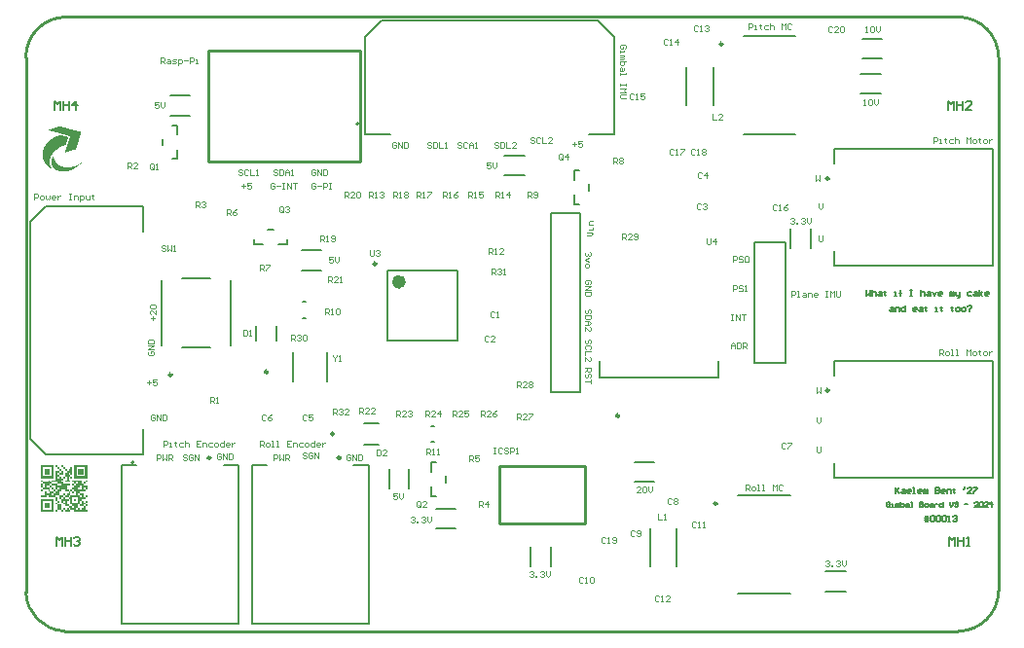
<source format=gto>
G04*
G04 #@! TF.GenerationSoftware,Altium Limited,Altium Designer,25.0.2 (28)*
G04*
G04 Layer_Color=65535*
%FSLAX24Y24*%
%MOIN*%
G70*
G04*
G04 #@! TF.SameCoordinates,81A3336F-67A3-4ED7-803A-E09BC6C04D2E*
G04*
G04*
G04 #@! TF.FilePolarity,Positive*
G04*
G01*
G75*
%ADD10C,0.0098*%
%ADD11C,0.0100*%
%ADD12C,0.0079*%
%ADD13C,0.0236*%
%ADD14C,0.0050*%
%ADD15C,0.0030*%
G36*
X22771Y35536D02*
X22776D01*
Y35535D01*
X22781D01*
Y35533D01*
X22786D01*
Y35532D01*
X22791D01*
Y35531D01*
X22795D01*
Y35529D01*
X22800D01*
Y35528D01*
X22806D01*
Y35527D01*
X22811D01*
Y35525D01*
X22816D01*
Y35524D01*
X22820D01*
Y35523D01*
X22825D01*
Y35521D01*
X22830D01*
Y35520D01*
X22836D01*
Y35519D01*
X22841D01*
Y35518D01*
X22845D01*
Y35516D01*
X22850D01*
Y35515D01*
X22855D01*
Y35514D01*
X22860D01*
Y35512D01*
X22866D01*
Y35511D01*
X22871D01*
Y35510D01*
X22875D01*
Y35508D01*
X22880D01*
Y35507D01*
X22885D01*
Y35506D01*
X22890D01*
Y35505D01*
X22896D01*
Y35503D01*
X22900D01*
Y35502D01*
X22905D01*
Y35501D01*
X22910D01*
Y35499D01*
X22915D01*
Y35498D01*
X22920D01*
Y35497D01*
X22926D01*
Y35495D01*
X22929D01*
Y35494D01*
X22935D01*
Y35493D01*
X22940D01*
Y35491D01*
X22945D01*
Y35490D01*
X22950D01*
Y35489D01*
X22954D01*
Y35488D01*
X22959D01*
Y35486D01*
X22965D01*
Y35485D01*
X22970D01*
Y35484D01*
X22975D01*
Y35482D01*
X22979D01*
Y35481D01*
X22984D01*
Y35480D01*
X22989D01*
Y35478D01*
X22995D01*
Y35477D01*
X23000D01*
Y35476D01*
X23005D01*
Y35475D01*
X23009D01*
Y35473D01*
X23014D01*
Y35472D01*
X23019D01*
Y35471D01*
X23025D01*
Y35469D01*
X23030D01*
Y35468D01*
X23034D01*
Y35467D01*
X23039D01*
Y35465D01*
X23044D01*
Y35464D01*
X23049D01*
Y35463D01*
X23055D01*
Y35462D01*
X23059D01*
Y35460D01*
X23064D01*
Y35459D01*
X23069D01*
Y35458D01*
X23074D01*
Y35456D01*
X23079D01*
Y35455D01*
X23085D01*
Y35454D01*
X23088D01*
Y35452D01*
X23094D01*
Y35451D01*
X23099D01*
Y35450D01*
X23104D01*
Y35448D01*
X23109D01*
Y35447D01*
X23113D01*
Y35446D01*
X23118D01*
Y35445D01*
X23124D01*
Y35443D01*
X23129D01*
Y35442D01*
X23134D01*
Y35441D01*
X23139D01*
Y35439D01*
X23143D01*
Y35438D01*
X23148D01*
Y35437D01*
X23154D01*
Y35435D01*
X23159D01*
Y35434D01*
X23164D01*
Y35433D01*
X23168D01*
Y35432D01*
X23173D01*
Y35430D01*
X23178D01*
Y35429D01*
X23184D01*
Y35428D01*
X23189D01*
Y35426D01*
X23193D01*
Y35425D01*
X23198D01*
Y35424D01*
X23203D01*
Y35422D01*
X23208D01*
Y35421D01*
X23214D01*
Y35420D01*
X23219D01*
Y35419D01*
X23223D01*
Y35417D01*
X23228D01*
Y35416D01*
X23233D01*
Y35415D01*
X23238D01*
Y35413D01*
X23244D01*
Y35412D01*
X23247D01*
Y35411D01*
X23253D01*
Y35409D01*
X23258D01*
Y35408D01*
X23263D01*
Y35407D01*
X23268D01*
Y35405D01*
X23272D01*
Y35404D01*
X23277D01*
Y35403D01*
X23283D01*
Y35402D01*
X23288D01*
Y35400D01*
X23293D01*
Y35399D01*
X23298D01*
Y35398D01*
X23302D01*
Y35396D01*
X23307D01*
Y35395D01*
X23313D01*
Y35394D01*
X23318D01*
Y35392D01*
X23323D01*
Y35391D01*
X23327D01*
Y35390D01*
X23332D01*
Y35389D01*
X23337D01*
Y35387D01*
X23343D01*
Y35386D01*
X23348D01*
Y35385D01*
X23352D01*
Y35383D01*
X23357D01*
Y35382D01*
X23362D01*
Y35381D01*
X23367D01*
Y35379D01*
X23373D01*
Y35378D01*
X23378D01*
Y35377D01*
X23382D01*
Y35376D01*
X23387D01*
Y35374D01*
X23392D01*
Y35373D01*
X23397D01*
Y35372D01*
X23403D01*
Y35370D01*
X23406D01*
Y35369D01*
X23412D01*
Y35368D01*
X23417D01*
Y35366D01*
X23422D01*
Y35365D01*
X23427D01*
Y35364D01*
X23433D01*
Y35362D01*
X23436D01*
Y35361D01*
X23442D01*
Y35360D01*
X23447D01*
Y35359D01*
X23452D01*
Y35357D01*
X23457D01*
Y35356D01*
X23461D01*
Y35355D01*
X23466D01*
Y35353D01*
X23472D01*
Y35352D01*
X23477D01*
Y35351D01*
X23482D01*
Y35349D01*
X23486D01*
Y35348D01*
X23491D01*
Y35347D01*
X23496D01*
Y35346D01*
X23502D01*
Y35344D01*
X23507D01*
Y35343D01*
X23512D01*
Y35342D01*
X23516D01*
Y35340D01*
X23520D01*
Y35336D01*
X23519D01*
Y35333D01*
X23517D01*
Y35329D01*
X23516D01*
Y35323D01*
X23515D01*
Y35319D01*
X23513D01*
Y35316D01*
X23512D01*
Y35312D01*
X23511D01*
Y35308D01*
X23509D01*
Y35304D01*
X23508D01*
Y35300D01*
X23507D01*
Y35295D01*
X23505D01*
Y35291D01*
X23504D01*
Y35287D01*
X23503D01*
Y35283D01*
X23502D01*
Y35279D01*
X23500D01*
Y35275D01*
X23499D01*
Y35270D01*
X23498D01*
Y35266D01*
X23496D01*
Y35262D01*
X23495D01*
Y35258D01*
X23494D01*
Y35254D01*
X23492D01*
Y35250D01*
X23491D01*
Y35245D01*
X23490D01*
Y35241D01*
X23489D01*
Y35237D01*
X23487D01*
Y35233D01*
X23486D01*
Y35230D01*
X23485D01*
Y35226D01*
X23483D01*
Y35222D01*
X23482D01*
Y35217D01*
X23481D01*
Y35213D01*
X23479D01*
Y35209D01*
X23478D01*
Y35205D01*
X23477D01*
Y35201D01*
X23476D01*
Y35197D01*
X23474D01*
Y35192D01*
X23473D01*
Y35188D01*
X23472D01*
Y35184D01*
X23470D01*
Y35180D01*
X23469D01*
Y35176D01*
X23468D01*
Y35172D01*
X23466D01*
Y35168D01*
X23465D01*
Y35163D01*
X23464D01*
Y35159D01*
X23462D01*
Y35155D01*
X23461D01*
Y35151D01*
X23460D01*
Y35147D01*
X23459D01*
Y35144D01*
X23457D01*
Y35138D01*
X23456D01*
Y35134D01*
X23455D01*
Y35133D01*
Y35131D01*
X23453D01*
Y35127D01*
X23452D01*
Y35123D01*
X23451D01*
Y35119D01*
X23449D01*
Y35114D01*
X23448D01*
Y35110D01*
X23447D01*
Y35106D01*
X23446D01*
Y35102D01*
X23444D01*
Y35098D01*
X23443D01*
Y35094D01*
X23442D01*
Y35090D01*
X23440D01*
Y35085D01*
X23439D01*
Y35081D01*
X23438D01*
Y35077D01*
X23436D01*
Y35073D01*
X23435D01*
Y35069D01*
X23434D01*
Y35065D01*
X23433D01*
Y35060D01*
X23431D01*
Y35056D01*
X23430D01*
Y35052D01*
X23429D01*
Y35048D01*
X23427D01*
Y35045D01*
X23426D01*
Y35041D01*
X23425D01*
Y35037D01*
X23423D01*
Y35031D01*
X23422D01*
Y35028D01*
X23421D01*
Y35024D01*
X23419D01*
Y35020D01*
X23418D01*
Y35016D01*
X23417D01*
Y35012D01*
X23416D01*
Y35007D01*
X23414D01*
Y35003D01*
X23413D01*
Y34999D01*
X23412D01*
Y34995D01*
X23410D01*
Y34991D01*
X23409D01*
Y34987D01*
X23408D01*
Y34982D01*
X23406D01*
Y34978D01*
X23405D01*
Y34974D01*
X23404D01*
Y34970D01*
X23403D01*
Y34966D01*
X23401D01*
Y34962D01*
X23400D01*
Y34959D01*
X23399D01*
Y34953D01*
X23397D01*
Y34949D01*
X23396D01*
Y34945D01*
X23395D01*
Y34942D01*
X23393D01*
Y34938D01*
X23392D01*
Y34934D01*
X23391D01*
Y34929D01*
X23390D01*
Y34925D01*
X23388D01*
Y34921D01*
X23387D01*
Y34917D01*
X23386D01*
Y34913D01*
X23384D01*
Y34909D01*
X23383D01*
Y34905D01*
X23382D01*
Y34900D01*
X23380D01*
Y34896D01*
X23379D01*
Y34892D01*
X23378D01*
Y34888D01*
X23376D01*
Y34884D01*
X23375D01*
Y34880D01*
X23374D01*
Y34875D01*
X23373D01*
Y34871D01*
X23371D01*
Y34867D01*
X23370D01*
Y34863D01*
X23369D01*
Y34859D01*
X23367D01*
Y34856D01*
X23366D01*
Y34850D01*
X23365D01*
Y34846D01*
X23363D01*
Y34843D01*
X23362D01*
Y34839D01*
X23361D01*
Y34835D01*
X23360D01*
Y34831D01*
X23358D01*
Y34827D01*
X23357D01*
Y34822D01*
X23356D01*
Y34818D01*
X23354D01*
Y34814D01*
X23353D01*
Y34810D01*
X23352D01*
Y34806D01*
X23350D01*
Y34802D01*
X23349D01*
Y34797D01*
X23348D01*
Y34793D01*
X23347D01*
Y34789D01*
X23345D01*
Y34785D01*
X23344D01*
Y34781D01*
X23343D01*
Y34777D01*
X23341D01*
Y34773D01*
X23340D01*
Y34768D01*
X23339D01*
Y34764D01*
X23337D01*
Y34760D01*
X23336D01*
Y34757D01*
X23335D01*
Y34753D01*
X23333D01*
Y34751D01*
X23330D01*
Y34750D01*
X23326D01*
Y34749D01*
X23322D01*
Y34747D01*
X23318D01*
Y34746D01*
X23314D01*
Y34745D01*
X23310D01*
Y34743D01*
X23306D01*
Y34742D01*
X23302D01*
Y34741D01*
X23298D01*
Y34740D01*
X23294D01*
Y34738D01*
X23290D01*
Y34737D01*
X23287D01*
Y34736D01*
X23283D01*
Y34734D01*
X23279D01*
Y34733D01*
X23275D01*
Y34732D01*
X23270D01*
Y34730D01*
X23266D01*
Y34729D01*
X23262D01*
Y34728D01*
X23258D01*
Y34727D01*
X23254D01*
Y34725D01*
X23250D01*
Y34724D01*
X23246D01*
Y34723D01*
X23242D01*
Y34721D01*
X23238D01*
Y34720D01*
X23234D01*
Y34719D01*
X23231D01*
Y34717D01*
X23227D01*
Y34716D01*
X23223D01*
Y34715D01*
X23219D01*
Y34714D01*
X23215D01*
Y34712D01*
X23211D01*
Y34711D01*
X23207D01*
Y34710D01*
X23203D01*
Y34708D01*
X23199D01*
Y34707D01*
X23195D01*
Y34706D01*
X23191D01*
Y34704D01*
X23188D01*
Y34703D01*
X23184D01*
Y34702D01*
X23180D01*
Y34700D01*
X23176D01*
Y34699D01*
X23172D01*
Y34698D01*
X23168D01*
Y34697D01*
X23164D01*
Y34695D01*
X23160D01*
Y34694D01*
X23156D01*
Y34693D01*
X23152D01*
Y34691D01*
X23148D01*
Y34690D01*
X23145D01*
Y34689D01*
X23139D01*
Y34687D01*
X23135D01*
Y34686D01*
X23131D01*
Y34685D01*
X23128D01*
Y34684D01*
X23124D01*
Y34682D01*
X23120D01*
Y34681D01*
X23116D01*
Y34680D01*
X23112D01*
Y34678D01*
X23108D01*
Y34677D01*
X23104D01*
Y34676D01*
X23100D01*
Y34674D01*
X23096D01*
Y34673D01*
X23092D01*
Y34672D01*
X23088D01*
Y34671D01*
X23085D01*
Y34669D01*
X23081D01*
Y34668D01*
X23077D01*
Y34667D01*
X23073D01*
Y34665D01*
X23069D01*
Y34664D01*
X23065D01*
Y34663D01*
X23061D01*
Y34661D01*
X23057D01*
Y34660D01*
X23053D01*
Y34659D01*
X23049D01*
Y34657D01*
X23045D01*
Y34656D01*
X23042D01*
Y34655D01*
X23038D01*
Y34654D01*
X23034D01*
Y34652D01*
X23030D01*
Y34651D01*
X23026D01*
Y34650D01*
X23022D01*
Y34648D01*
X23018D01*
Y34647D01*
X23013D01*
Y34646D01*
X23009D01*
Y34644D01*
X23005D01*
Y34643D01*
X23001D01*
Y34642D01*
X22997D01*
Y34641D01*
X22993D01*
Y34639D01*
X22989D01*
Y34638D01*
X22986D01*
Y34637D01*
X22982D01*
Y34635D01*
X22978D01*
Y34634D01*
X22974D01*
Y34633D01*
X22970D01*
Y34631D01*
X22966D01*
Y34630D01*
X22962D01*
Y34629D01*
X22958D01*
Y34627D01*
X22954D01*
Y34626D01*
X22952D01*
Y34627D01*
X22953D01*
Y34633D01*
X22954D01*
Y34637D01*
X22956D01*
Y34641D01*
X22957D01*
Y34644D01*
X22958D01*
Y34648D01*
X22959D01*
Y34652D01*
X22961D01*
Y34656D01*
X22962D01*
Y34660D01*
X22963D01*
Y34665D01*
X22965D01*
Y34669D01*
X22966D01*
Y34673D01*
X22967D01*
Y34677D01*
X22969D01*
Y34681D01*
X22970D01*
Y34685D01*
X22971D01*
Y34689D01*
X22973D01*
Y34694D01*
X22974D01*
Y34698D01*
X22975D01*
Y34702D01*
X22976D01*
Y34706D01*
X22978D01*
Y34710D01*
X22979D01*
Y34714D01*
X22980D01*
Y34717D01*
X22982D01*
Y34723D01*
X22983D01*
Y34727D01*
X22984D01*
Y34730D01*
X22986D01*
Y34734D01*
X22987D01*
Y34738D01*
X22988D01*
Y34742D01*
X22989D01*
Y34746D01*
X22991D01*
Y34751D01*
X22992D01*
Y34755D01*
X22993D01*
Y34759D01*
X22995D01*
Y34763D01*
X22996D01*
Y34767D01*
X22997D01*
Y34771D01*
X22999D01*
Y34775D01*
X23000D01*
Y34780D01*
X23001D01*
Y34784D01*
X23002D01*
Y34788D01*
X23004D01*
Y34792D01*
X23005D01*
Y34796D01*
X23006D01*
Y34800D01*
X23008D01*
Y34803D01*
X23009D01*
Y34807D01*
X23010D01*
Y34813D01*
X23012D01*
Y34816D01*
X23013D01*
Y34820D01*
X23014D01*
Y34824D01*
X23015D01*
Y34828D01*
X23017D01*
Y34832D01*
X23018D01*
Y34836D01*
X23019D01*
Y34841D01*
X23021D01*
Y34845D01*
X23022D01*
Y34849D01*
X23023D01*
Y34853D01*
X23025D01*
Y34857D01*
X23026D01*
Y34861D01*
X23027D01*
Y34865D01*
X23029D01*
Y34870D01*
X23030D01*
Y34874D01*
X23031D01*
Y34878D01*
X23032D01*
Y34882D01*
X23034D01*
Y34886D01*
X23035D01*
Y34889D01*
X23036D01*
Y34893D01*
X23038D01*
Y34899D01*
X23039D01*
Y34902D01*
X23040D01*
Y34906D01*
X23042D01*
Y34910D01*
X23043D01*
Y34914D01*
X23044D01*
Y34918D01*
X23045D01*
Y34922D01*
X23047D01*
Y34926D01*
X23048D01*
Y34931D01*
X23049D01*
Y34935D01*
X23051D01*
Y34939D01*
X23052D01*
Y34943D01*
X23053D01*
Y34947D01*
X23055D01*
Y34951D01*
X23056D01*
Y34955D01*
X23057D01*
Y34960D01*
X23059D01*
Y34964D01*
X23060D01*
Y34968D01*
X23061D01*
Y34972D01*
X23062D01*
Y34975D01*
X23064D01*
Y34979D01*
X23065D01*
Y34983D01*
X23066D01*
Y34988D01*
X23068D01*
Y34992D01*
X23069D01*
Y34996D01*
X23070D01*
Y35000D01*
X23072D01*
Y35004D01*
X23073D01*
Y35008D01*
X23074D01*
Y35012D01*
X23075D01*
Y35017D01*
X23077D01*
Y35021D01*
X23078D01*
Y35025D01*
X23079D01*
Y35029D01*
X23081D01*
Y35033D01*
X23082D01*
Y35037D01*
X23083D01*
Y35041D01*
X23085D01*
Y35045D01*
X23086D01*
Y35050D01*
X23087D01*
Y35054D01*
X23088D01*
Y35058D01*
X23090D01*
Y35061D01*
X23091D01*
Y35065D01*
X23092D01*
Y35069D01*
X23094D01*
Y35073D01*
X23095D01*
Y35078D01*
X23096D01*
Y35082D01*
X23098D01*
Y35086D01*
X23099D01*
Y35090D01*
X23100D01*
Y35094D01*
X23102D01*
Y35098D01*
X23103D01*
Y35102D01*
X23104D01*
Y35107D01*
X23105D01*
Y35111D01*
X23107D01*
Y35115D01*
X23108D01*
Y35119D01*
X23109D01*
Y35123D01*
X23111D01*
Y35127D01*
X23112D01*
Y35131D01*
X23113D01*
Y35136D01*
X23115D01*
Y35140D01*
X23116D01*
Y35144D01*
X23117D01*
Y35147D01*
X23118D01*
Y35151D01*
X23120D01*
Y35155D01*
X23121D01*
Y35159D01*
X23122D01*
Y35163D01*
X23124D01*
Y35168D01*
X23125D01*
Y35172D01*
X23126D01*
Y35176D01*
X23128D01*
Y35180D01*
X23129D01*
Y35184D01*
X23130D01*
Y35188D01*
X23131D01*
Y35192D01*
X23133D01*
Y35197D01*
X23134D01*
Y35198D01*
X23131D01*
Y35200D01*
X23126D01*
Y35201D01*
X23121D01*
Y35202D01*
X23117D01*
Y35203D01*
X23112D01*
Y35205D01*
X23108D01*
Y35206D01*
X23103D01*
Y35207D01*
X23098D01*
Y35209D01*
X23094D01*
Y35210D01*
X23088D01*
Y35211D01*
X23085D01*
Y35213D01*
X23079D01*
Y35214D01*
X23075D01*
Y35215D01*
X23070D01*
Y35217D01*
X23065D01*
Y35218D01*
X23061D01*
Y35219D01*
X23056D01*
Y35220D01*
X23052D01*
Y35222D01*
X23047D01*
Y35223D01*
X23042D01*
Y35224D01*
X23038D01*
Y35226D01*
X23032D01*
Y35227D01*
X23029D01*
Y35228D01*
X23023D01*
Y35230D01*
X23019D01*
Y35231D01*
X23014D01*
Y35232D01*
X23009D01*
Y35233D01*
X23005D01*
Y35235D01*
X23000D01*
Y35236D01*
X22996D01*
Y35237D01*
X22991D01*
Y35239D01*
X22986D01*
Y35240D01*
X22982D01*
Y35241D01*
X22976D01*
Y35243D01*
X22973D01*
Y35244D01*
X22967D01*
Y35245D01*
X22963D01*
Y35247D01*
X22958D01*
Y35248D01*
X22953D01*
Y35249D01*
X22949D01*
Y35250D01*
X22944D01*
Y35252D01*
X22940D01*
Y35253D01*
X22935D01*
Y35254D01*
X22929D01*
Y35256D01*
X22926D01*
Y35257D01*
X22920D01*
Y35258D01*
X22916D01*
Y35260D01*
X22911D01*
Y35261D01*
X22907D01*
Y35262D01*
X22902D01*
Y35263D01*
X22897D01*
Y35265D01*
X22893D01*
Y35266D01*
X22888D01*
Y35267D01*
X22884D01*
Y35269D01*
X22879D01*
Y35270D01*
X22873D01*
Y35271D01*
X22870D01*
Y35273D01*
X22864D01*
Y35274D01*
X22860D01*
Y35275D01*
X22855D01*
Y35276D01*
X22851D01*
Y35278D01*
X22846D01*
Y35279D01*
X22841D01*
Y35280D01*
X22837D01*
Y35282D01*
X22832D01*
Y35283D01*
X22828D01*
Y35284D01*
X22823D01*
Y35286D01*
X22817D01*
Y35287D01*
X22814D01*
Y35288D01*
X22808D01*
Y35290D01*
X22804D01*
Y35291D01*
X22799D01*
Y35292D01*
X22795D01*
Y35293D01*
X22790D01*
Y35295D01*
X22785D01*
Y35296D01*
X22781D01*
Y35297D01*
X22776D01*
Y35299D01*
X22772D01*
Y35300D01*
X22767D01*
Y35301D01*
X22761D01*
Y35303D01*
X22757D01*
Y35304D01*
X22752D01*
Y35305D01*
X22748D01*
Y35306D01*
X22743D01*
Y35308D01*
X22739D01*
Y35309D01*
X22734D01*
Y35310D01*
X22729D01*
Y35312D01*
X22725D01*
Y35313D01*
X22720D01*
Y35314D01*
X22716D01*
Y35316D01*
X22711D01*
Y35317D01*
X22705D01*
Y35318D01*
X22701D01*
Y35319D01*
X22696D01*
Y35321D01*
X22692D01*
Y35322D01*
X22687D01*
Y35323D01*
X22683D01*
Y35325D01*
X22678D01*
Y35326D01*
X22673D01*
Y35327D01*
X22669D01*
Y35329D01*
X22664D01*
Y35330D01*
X22660D01*
Y35331D01*
X22655D01*
Y35333D01*
X22649D01*
Y35334D01*
X22645D01*
Y35335D01*
X22640D01*
Y35336D01*
X22636D01*
Y35338D01*
X22631D01*
Y35339D01*
X22627D01*
Y35340D01*
X22622D01*
Y35342D01*
X22617D01*
Y35343D01*
X22613D01*
Y35344D01*
X22608D01*
Y35346D01*
X22604D01*
Y35347D01*
X22598D01*
Y35348D01*
X22593D01*
Y35349D01*
X22589D01*
Y35351D01*
X22584D01*
Y35352D01*
X22580D01*
Y35353D01*
X22575D01*
Y35355D01*
X22571D01*
Y35356D01*
X22566D01*
Y35357D01*
X22561D01*
Y35359D01*
X22557D01*
Y35360D01*
X22552D01*
Y35361D01*
X22548D01*
Y35362D01*
X22542D01*
Y35364D01*
X22537D01*
Y35365D01*
X22533D01*
Y35366D01*
X22528D01*
Y35368D01*
X22524D01*
Y35369D01*
X22519D01*
Y35370D01*
X22515D01*
Y35372D01*
X22510D01*
Y35373D01*
X22505D01*
Y35374D01*
X22501D01*
Y35376D01*
X22496D01*
Y35377D01*
X22492D01*
Y35378D01*
X22486D01*
Y35379D01*
X22481D01*
Y35381D01*
X22477D01*
Y35382D01*
X22472D01*
Y35383D01*
X22468D01*
Y35385D01*
X22463D01*
Y35386D01*
X22459D01*
Y35387D01*
X22454D01*
Y35389D01*
X22449D01*
Y35390D01*
X22445D01*
Y35391D01*
X22440D01*
Y35392D01*
X22436D01*
Y35394D01*
X22430D01*
Y35395D01*
X22425D01*
Y35396D01*
X22421D01*
Y35398D01*
X22416D01*
Y35399D01*
X22412D01*
Y35400D01*
X22407D01*
Y35402D01*
X22403D01*
Y35403D01*
X22398D01*
Y35404D01*
X22393D01*
Y35405D01*
X22389D01*
Y35407D01*
X22385D01*
Y35408D01*
X22386D01*
Y35409D01*
X22390D01*
Y35411D01*
X22394D01*
Y35412D01*
X22398D01*
Y35413D01*
X22402D01*
Y35415D01*
X22406D01*
Y35416D01*
X22410D01*
Y35417D01*
X22413D01*
Y35419D01*
X22417D01*
Y35420D01*
X22421D01*
Y35421D01*
X22425D01*
Y35422D01*
X22429D01*
Y35424D01*
X22433D01*
Y35425D01*
X22437D01*
Y35426D01*
X22441D01*
Y35428D01*
X22443D01*
Y35429D01*
X22447D01*
Y35430D01*
X22451D01*
Y35432D01*
X22455D01*
Y35433D01*
X22459D01*
Y35434D01*
X22463D01*
Y35435D01*
X22467D01*
Y35437D01*
X22471D01*
Y35438D01*
X22475D01*
Y35439D01*
X22479D01*
Y35441D01*
X22483D01*
Y35442D01*
X22486D01*
Y35443D01*
X22490D01*
Y35445D01*
X22494D01*
Y35446D01*
X22498D01*
Y35447D01*
X22502D01*
Y35448D01*
X22506D01*
Y35450D01*
X22509D01*
Y35451D01*
X22512D01*
Y35452D01*
X22516D01*
Y35454D01*
X22520D01*
Y35455D01*
X22524D01*
Y35456D01*
X22528D01*
Y35458D01*
X22532D01*
Y35459D01*
X22536D01*
Y35460D01*
X22540D01*
Y35462D01*
X22544D01*
Y35463D01*
X22548D01*
Y35464D01*
X22552D01*
Y35465D01*
X22555D01*
Y35467D01*
X22559D01*
Y35468D01*
X22563D01*
Y35469D01*
X22567D01*
Y35471D01*
X22570D01*
Y35472D01*
X22574D01*
Y35473D01*
X22578D01*
Y35475D01*
X22582D01*
Y35476D01*
X22585D01*
Y35477D01*
X22589D01*
Y35478D01*
X22593D01*
Y35480D01*
X22597D01*
Y35481D01*
X22601D01*
Y35482D01*
X22605D01*
Y35484D01*
X22609D01*
Y35485D01*
X22613D01*
Y35486D01*
X22617D01*
Y35488D01*
X22621D01*
Y35489D01*
X22625D01*
Y35490D01*
X22628D01*
Y35491D01*
X22632D01*
Y35493D01*
X22635D01*
Y35494D01*
X22639D01*
Y35495D01*
X22643D01*
Y35497D01*
X22647D01*
Y35498D01*
X22651D01*
Y35499D01*
X22655D01*
Y35501D01*
X22658D01*
Y35502D01*
X22662D01*
Y35503D01*
X22666D01*
Y35505D01*
X22670D01*
Y35506D01*
X22674D01*
Y35507D01*
X22678D01*
Y35508D01*
X22682D01*
Y35510D01*
X22686D01*
Y35511D01*
X22690D01*
Y35512D01*
X22694D01*
Y35514D01*
X22698D01*
Y35515D01*
X22700D01*
Y35516D01*
X22704D01*
Y35518D01*
X22708D01*
Y35519D01*
X22712D01*
Y35520D01*
X22716D01*
Y35521D01*
X22720D01*
Y35523D01*
X22724D01*
Y35524D01*
X22727D01*
Y35525D01*
X22731D01*
Y35527D01*
X22735D01*
Y35528D01*
X22739D01*
Y35529D01*
X22743D01*
Y35531D01*
X22747D01*
Y35532D01*
X22751D01*
Y35533D01*
X22755D01*
Y35535D01*
X22759D01*
Y35536D01*
X22763D01*
Y35537D01*
X22771D01*
Y35536D01*
D02*
G37*
G36*
X23519Y34281D02*
X23517D01*
Y34282D01*
X23519D01*
Y34281D01*
D02*
G37*
G36*
X23517Y34280D02*
X23516D01*
Y34281D01*
X23517D01*
Y34280D01*
D02*
G37*
G36*
X22821Y35235D02*
X22825D01*
Y35233D01*
X22830D01*
Y35232D01*
X22836D01*
Y35231D01*
X22840D01*
Y35230D01*
X22845D01*
Y35228D01*
X22849D01*
Y35227D01*
X22854D01*
Y35226D01*
X22859D01*
Y35224D01*
X22863D01*
Y35223D01*
X22868D01*
Y35222D01*
X22872D01*
Y35220D01*
X22877D01*
Y35219D01*
X22883D01*
Y35218D01*
X22886D01*
Y35217D01*
X22892D01*
Y35215D01*
X22897D01*
Y35214D01*
X22901D01*
Y35213D01*
X22906D01*
Y35211D01*
X22910D01*
Y35210D01*
X22915D01*
Y35209D01*
X22920D01*
Y35207D01*
X22924D01*
Y35206D01*
X22929D01*
Y35205D01*
X22933D01*
Y35203D01*
X22939D01*
Y35202D01*
X22944D01*
Y35201D01*
X22948D01*
Y35200D01*
X22953D01*
Y35198D01*
X22958D01*
Y35197D01*
X22962D01*
Y35196D01*
X22967D01*
Y35194D01*
X22971D01*
Y35193D01*
X22976D01*
Y35192D01*
X22982D01*
Y35190D01*
X22986D01*
Y35189D01*
X22991D01*
Y35188D01*
X22995D01*
Y35187D01*
X23000D01*
Y35185D01*
X23005D01*
Y35184D01*
X23009D01*
Y35183D01*
X23014D01*
Y35181D01*
X23019D01*
Y35180D01*
X23023D01*
Y35179D01*
X23029D01*
Y35177D01*
X23032D01*
Y35176D01*
X23038D01*
Y35175D01*
X23043D01*
Y35174D01*
X23047D01*
Y35172D01*
X23052D01*
Y35171D01*
X23056D01*
Y35170D01*
X23061D01*
Y35168D01*
X23066D01*
Y35167D01*
X23070D01*
Y35166D01*
X23072D01*
Y35163D01*
X23070D01*
Y35159D01*
X23069D01*
Y35155D01*
X23068D01*
Y35151D01*
X23066D01*
Y35147D01*
X23065D01*
Y35144D01*
X23064D01*
Y35138D01*
X23062D01*
Y35134D01*
X23061D01*
Y35131D01*
X23060D01*
Y35127D01*
X23059D01*
Y35123D01*
X23057D01*
Y35119D01*
X23056D01*
Y35115D01*
X23055D01*
Y35110D01*
X23053D01*
Y35106D01*
X23052D01*
Y35102D01*
X23051D01*
Y35098D01*
X23049D01*
Y35094D01*
X23048D01*
Y35090D01*
X23047D01*
Y35086D01*
X23045D01*
Y35081D01*
X23044D01*
Y35077D01*
X23043D01*
Y35073D01*
X23042D01*
Y35069D01*
X23040D01*
Y35065D01*
X23039D01*
Y35061D01*
X23038D01*
Y35058D01*
X23036D01*
Y35052D01*
X23035D01*
Y35048D01*
X23034D01*
Y35045D01*
X23032D01*
Y35041D01*
X23031D01*
Y35037D01*
X23030D01*
Y35033D01*
X23029D01*
Y35029D01*
X23027D01*
Y35024D01*
X23026D01*
Y35020D01*
X23025D01*
Y35016D01*
X23023D01*
Y35012D01*
X23022D01*
Y35008D01*
X23021D01*
Y35004D01*
X23019D01*
Y35000D01*
X23018D01*
Y34995D01*
X23017D01*
Y34991D01*
X23015D01*
Y34987D01*
X23014D01*
Y34983D01*
X23013D01*
Y34979D01*
X23012D01*
Y34975D01*
X23010D01*
Y34972D01*
X23009D01*
Y34966D01*
X23008D01*
Y34962D01*
X23006D01*
Y34959D01*
X23005D01*
Y34955D01*
X23004D01*
Y34951D01*
X23002D01*
Y34947D01*
X23001D01*
Y34943D01*
X23000D01*
Y34938D01*
X22999D01*
Y34934D01*
X22997D01*
Y34930D01*
X22996D01*
Y34926D01*
X22995D01*
Y34922D01*
X22993D01*
Y34918D01*
X22992D01*
Y34914D01*
X22991D01*
Y34909D01*
X22989D01*
Y34905D01*
X22988D01*
Y34901D01*
X22986D01*
Y34900D01*
X22980D01*
Y34899D01*
X22976D01*
Y34897D01*
X22973D01*
Y34896D01*
X22969D01*
Y34895D01*
X22963D01*
Y34893D01*
X22959D01*
Y34892D01*
X22956D01*
Y34891D01*
X22952D01*
Y34889D01*
X22948D01*
Y34888D01*
X22945D01*
Y34887D01*
X22941D01*
Y34886D01*
X22937D01*
Y34884D01*
X22933D01*
Y34883D01*
X22929D01*
Y34882D01*
X22927D01*
Y34880D01*
X22923D01*
Y34879D01*
X22919D01*
Y34878D01*
X22916D01*
Y34876D01*
X22913D01*
Y34875D01*
X22910D01*
Y34874D01*
X22906D01*
Y34873D01*
X22903D01*
Y34871D01*
X22900D01*
Y34870D01*
X22897D01*
Y34869D01*
X22893D01*
Y34867D01*
X22890D01*
Y34866D01*
X22888D01*
Y34865D01*
X22884D01*
Y34863D01*
X22881D01*
Y34862D01*
X22879D01*
Y34861D01*
X22875D01*
Y34859D01*
X22872D01*
Y34858D01*
X22870D01*
Y34857D01*
X22867D01*
Y34856D01*
X22864D01*
Y34854D01*
X22860D01*
Y34853D01*
X22858D01*
Y34852D01*
X22855D01*
Y34850D01*
X22853D01*
Y34849D01*
X22850D01*
Y34848D01*
X22847D01*
Y34846D01*
X22845D01*
Y34845D01*
X22842D01*
Y34844D01*
X22840D01*
Y34843D01*
X22837D01*
Y34841D01*
X22834D01*
Y34840D01*
X22832D01*
Y34839D01*
X22829D01*
Y34837D01*
X22827D01*
Y34836D01*
X22824D01*
Y34835D01*
X22821D01*
Y34833D01*
X22819D01*
Y34832D01*
X22816D01*
Y34831D01*
X22814D01*
Y34829D01*
X22811D01*
Y34828D01*
X22808D01*
Y34827D01*
X22806D01*
Y34826D01*
X22804D01*
Y34824D01*
X22802D01*
Y34823D01*
X22799D01*
Y34822D01*
X22797D01*
Y34820D01*
X22794D01*
Y34819D01*
X22793D01*
Y34818D01*
X22790D01*
Y34816D01*
X22787D01*
Y34815D01*
X22785D01*
Y34814D01*
X22782D01*
Y34813D01*
X22781D01*
Y34811D01*
X22778D01*
Y34810D01*
X22776D01*
Y34809D01*
X22774D01*
Y34807D01*
X22772D01*
Y34806D01*
X22769D01*
Y34805D01*
X22768D01*
Y34803D01*
X22765D01*
Y34802D01*
X22763D01*
Y34801D01*
X22761D01*
Y34800D01*
X22759D01*
Y34798D01*
X22756D01*
Y34797D01*
X22755D01*
Y34796D01*
X22752D01*
Y34794D01*
X22751D01*
Y34793D01*
X22748D01*
Y34792D01*
X22746D01*
Y34790D01*
X22744D01*
Y34789D01*
X22742D01*
Y34788D01*
X22741D01*
Y34786D01*
X22738D01*
Y34785D01*
X22737D01*
Y34784D01*
X22734D01*
Y34783D01*
X22733D01*
Y34781D01*
X22730D01*
Y34780D01*
X22729D01*
Y34779D01*
X22726D01*
Y34777D01*
X22725D01*
Y34776D01*
X22722D01*
Y34775D01*
X22721D01*
Y34773D01*
X22718D01*
Y34772D01*
X22717D01*
Y34771D01*
X22714D01*
Y34770D01*
X22713D01*
Y34768D01*
X22712D01*
Y34767D01*
X22709D01*
Y34766D01*
X22708D01*
Y34764D01*
X22705D01*
Y34763D01*
X22704D01*
Y34762D01*
X22703D01*
Y34760D01*
X22700D01*
Y34759D01*
X22699D01*
Y34758D01*
X22696D01*
Y34757D01*
X22695D01*
Y34755D01*
X22694D01*
Y34754D01*
X22691D01*
Y34753D01*
X22690D01*
Y34751D01*
X22688D01*
Y34750D01*
X22686D01*
Y34749D01*
X22685D01*
Y34747D01*
X22683D01*
Y34746D01*
X22681D01*
Y34745D01*
X22679D01*
Y34743D01*
X22678D01*
Y34742D01*
X22675D01*
Y34741D01*
X22674D01*
Y34740D01*
X22673D01*
Y34738D01*
X22671D01*
Y34737D01*
X22669D01*
Y34736D01*
X22668D01*
Y34734D01*
X22666D01*
Y34733D01*
X22665D01*
Y34732D01*
X22662D01*
Y34730D01*
X22661D01*
Y34729D01*
X22660D01*
Y34728D01*
X22658D01*
Y34727D01*
X22656D01*
Y34725D01*
X22655D01*
Y34724D01*
X22653D01*
Y34723D01*
X22652D01*
Y34721D01*
X22651D01*
Y34720D01*
X22648D01*
Y34719D01*
X22647D01*
Y34717D01*
X22645D01*
Y34716D01*
X22644D01*
Y34715D01*
X22643D01*
Y34714D01*
X22641D01*
Y34712D01*
X22639D01*
Y34711D01*
X22638D01*
Y34710D01*
X22636D01*
Y34708D01*
X22635D01*
Y34707D01*
X22634D01*
Y34706D01*
X22632D01*
Y34704D01*
X22631D01*
Y34703D01*
X22630D01*
Y34702D01*
X22627D01*
Y34700D01*
X22626D01*
Y34699D01*
X22625D01*
Y34698D01*
X22623D01*
Y34697D01*
X22622D01*
Y34695D01*
X22621D01*
Y34694D01*
X22619D01*
Y34693D01*
X22618D01*
Y34691D01*
X22617D01*
Y34690D01*
X22615D01*
Y34689D01*
X22614D01*
Y34687D01*
X22613D01*
Y34686D01*
X22612D01*
Y34685D01*
X22609D01*
Y34684D01*
X22608D01*
Y34682D01*
X22606D01*
Y34681D01*
X22605D01*
Y34680D01*
X22604D01*
Y34678D01*
X22602D01*
Y34677D01*
X22601D01*
Y34676D01*
X22600D01*
Y34674D01*
X22598D01*
Y34673D01*
X22597D01*
Y34672D01*
X22596D01*
Y34671D01*
X22595D01*
Y34669D01*
X22593D01*
Y34668D01*
X22592D01*
Y34667D01*
X22591D01*
Y34665D01*
X22589D01*
Y34664D01*
X22588D01*
Y34663D01*
X22587D01*
Y34660D01*
X22585D01*
Y34659D01*
X22584D01*
Y34657D01*
X22583D01*
Y34656D01*
X22582D01*
Y34655D01*
X22580D01*
Y34654D01*
X22579D01*
Y34652D01*
X22578D01*
Y34651D01*
X22576D01*
Y34650D01*
X22575D01*
Y34648D01*
X22574D01*
Y34647D01*
X22572D01*
Y34646D01*
X22571D01*
Y34644D01*
X22570D01*
Y34642D01*
X22569D01*
Y34641D01*
X22567D01*
Y34639D01*
X22566D01*
Y34638D01*
X22565D01*
Y34637D01*
X22563D01*
Y34635D01*
X22562D01*
Y34634D01*
X22561D01*
Y34631D01*
X22559D01*
Y34630D01*
X22558D01*
Y34629D01*
X22557D01*
Y34627D01*
X22555D01*
Y34626D01*
X22554D01*
Y34624D01*
X22553D01*
Y34622D01*
X22552D01*
Y34621D01*
X22550D01*
Y34620D01*
X22549D01*
Y34618D01*
X22548D01*
Y34616D01*
X22546D01*
Y34614D01*
X22545D01*
Y34613D01*
X22544D01*
Y34612D01*
X22542D01*
Y34609D01*
X22541D01*
Y34608D01*
X22540D01*
Y34607D01*
X22539D01*
Y34604D01*
X22537D01*
Y34603D01*
X22536D01*
Y34601D01*
X22535D01*
Y34600D01*
X22533D01*
Y34598D01*
X22532D01*
Y34596D01*
X22531D01*
Y34595D01*
X22529D01*
Y34592D01*
X22528D01*
Y34591D01*
X22527D01*
Y34588D01*
X22526D01*
Y34587D01*
X22524D01*
Y34586D01*
X22523D01*
Y34583D01*
X22522D01*
Y34582D01*
X22520D01*
Y34579D01*
X22519D01*
Y34578D01*
X22518D01*
Y34575D01*
X22516D01*
Y34574D01*
X22515D01*
Y34573D01*
X22514D01*
Y34570D01*
X22512D01*
Y34569D01*
X22511D01*
Y34566D01*
X22510D01*
Y34565D01*
X22509D01*
Y34562D01*
X22507D01*
Y34560D01*
X22506D01*
Y34558D01*
X22505D01*
Y34556D01*
X22503D01*
Y34555D01*
X22502D01*
Y34552D01*
X22501D01*
Y34549D01*
X22499D01*
Y34548D01*
X22498D01*
Y34545D01*
X22497D01*
Y34543D01*
X22496D01*
Y34541D01*
X22494D01*
Y34539D01*
X22493D01*
Y34536D01*
X22492D01*
Y34535D01*
X22490D01*
Y34532D01*
X22489D01*
Y34530D01*
X22488D01*
Y34527D01*
X22486D01*
Y34525D01*
X22485D01*
Y34522D01*
X22484D01*
Y34521D01*
X22483D01*
Y34518D01*
X22481D01*
Y34515D01*
X22480D01*
Y34513D01*
X22479D01*
Y34510D01*
X22477D01*
Y34508D01*
X22476D01*
Y34505D01*
X22475D01*
Y34502D01*
X22473D01*
Y34500D01*
X22472D01*
Y34496D01*
X22471D01*
Y34493D01*
X22469D01*
Y34491D01*
X22468D01*
Y34488D01*
X22467D01*
Y34485D01*
X22466D01*
Y34482D01*
X22464D01*
Y34479D01*
X22463D01*
Y34475D01*
X22462D01*
Y34472D01*
X22460D01*
Y34469D01*
X22459D01*
Y34466D01*
X22458D01*
Y34462D01*
X22456D01*
Y34459D01*
X22455D01*
Y34455D01*
X22454D01*
Y34452D01*
X22453D01*
Y34448D01*
X22451D01*
Y34444D01*
X22450D01*
Y34440D01*
X22449D01*
Y34436D01*
X22447D01*
Y34431D01*
X22446D01*
Y34427D01*
X22445D01*
Y34422D01*
X22443D01*
Y34416D01*
X22442D01*
Y34411D01*
X22441D01*
Y34406D01*
X22440D01*
Y34399D01*
X22438D01*
Y34393D01*
X22437D01*
Y34386D01*
X22436D01*
Y34377D01*
X22434D01*
Y34368D01*
X22433D01*
Y34358D01*
X22432D01*
Y34341D01*
X22430D01*
Y34298D01*
X22432D01*
Y34281D01*
X22433D01*
Y34270D01*
X22434D01*
Y34261D01*
X22436D01*
Y34253D01*
X22437D01*
Y34246D01*
X22438D01*
Y34239D01*
X22440D01*
Y34234D01*
X22441D01*
Y34229D01*
X22442D01*
Y34224D01*
X22443D01*
Y34218D01*
X22445D01*
Y34213D01*
X22446D01*
Y34209D01*
X22447D01*
Y34205D01*
X22449D01*
Y34201D01*
X22450D01*
Y34196D01*
X22451D01*
Y34194D01*
X22453D01*
Y34190D01*
X22454D01*
Y34186D01*
X22455D01*
Y34182D01*
X22456D01*
Y34179D01*
X22458D01*
Y34175D01*
X22459D01*
Y34173D01*
X22460D01*
Y34169D01*
X22462D01*
Y34166D01*
X22463D01*
Y34164D01*
X22464D01*
Y34160D01*
X22466D01*
Y34157D01*
X22467D01*
Y34154D01*
X22468D01*
Y34152D01*
X22469D01*
Y34149D01*
X22471D01*
Y34147D01*
X22472D01*
Y34144D01*
X22473D01*
Y34141D01*
X22475D01*
Y34139D01*
X22476D01*
Y34136D01*
X22477D01*
Y34134D01*
X22479D01*
Y34131D01*
X22480D01*
Y34128D01*
X22481D01*
Y34126D01*
X22483D01*
Y34123D01*
X22484D01*
Y34121D01*
X22485D01*
Y34119D01*
X22486D01*
Y34117D01*
X22488D01*
Y34114D01*
X22489D01*
Y34113D01*
X22490D01*
Y34110D01*
X22492D01*
Y34108D01*
X22493D01*
Y34106D01*
X22494D01*
Y34104D01*
X22496D01*
Y34101D01*
X22497D01*
Y34100D01*
X22498D01*
Y34097D01*
X22499D01*
Y34096D01*
X22501D01*
Y34093D01*
X22502D01*
Y34092D01*
X22503D01*
Y34089D01*
X22505D01*
Y34087D01*
X22506D01*
Y34085D01*
X22507D01*
Y34084D01*
X22509D01*
Y34081D01*
X22510D01*
Y34080D01*
X22511D01*
Y34078D01*
X22512D01*
Y34076D01*
X22514D01*
Y34074D01*
X22515D01*
Y34072D01*
X22516D01*
Y34071D01*
X22518D01*
Y34068D01*
X22519D01*
Y34067D01*
X22520D01*
Y34066D01*
X22522D01*
Y34065D01*
X22519D01*
Y34066D01*
X22516D01*
Y34067D01*
X22514D01*
Y34068D01*
X22512D01*
Y34070D01*
X22510D01*
Y34071D01*
X22507D01*
Y34072D01*
X22506D01*
Y34074D01*
X22503D01*
Y34075D01*
X22501D01*
Y34076D01*
X22499D01*
Y34078D01*
X22497D01*
Y34079D01*
X22494D01*
Y34080D01*
X22493D01*
Y34081D01*
X22490D01*
Y34083D01*
X22488D01*
Y34084D01*
X22486D01*
Y34085D01*
X22484D01*
Y34087D01*
X22483D01*
Y34088D01*
X22480D01*
Y34089D01*
X22479D01*
Y34091D01*
X22476D01*
Y34092D01*
X22473D01*
Y34093D01*
X22472D01*
Y34095D01*
X22469D01*
Y34096D01*
X22468D01*
Y34097D01*
X22466D01*
Y34098D01*
X22464D01*
Y34100D01*
X22462D01*
Y34101D01*
X22460D01*
Y34102D01*
X22458D01*
Y34104D01*
X22456D01*
Y34105D01*
X22454D01*
Y34106D01*
X22453D01*
Y34108D01*
X22450D01*
Y34109D01*
X22449D01*
Y34110D01*
X22447D01*
Y34111D01*
X22445D01*
Y34113D01*
X22443D01*
Y34114D01*
X22441D01*
Y34115D01*
X22440D01*
Y34117D01*
X22438D01*
Y34118D01*
X22436D01*
Y34119D01*
X22434D01*
Y34121D01*
X22432D01*
Y34122D01*
X22430D01*
Y34123D01*
X22429D01*
Y34124D01*
X22426D01*
Y34126D01*
X22425D01*
Y34127D01*
X22424D01*
Y34128D01*
X22421D01*
Y34130D01*
X22420D01*
Y34131D01*
X22419D01*
Y34132D01*
X22416D01*
Y34134D01*
X22415D01*
Y34135D01*
X22413D01*
Y34136D01*
X22411D01*
Y34138D01*
X22410D01*
Y34139D01*
X22408D01*
Y34140D01*
X22407D01*
Y34141D01*
X22404D01*
Y34143D01*
X22403D01*
Y34144D01*
X22402D01*
Y34145D01*
X22400D01*
Y34147D01*
X22398D01*
Y34148D01*
X22397D01*
Y34149D01*
X22395D01*
Y34151D01*
X22394D01*
Y34152D01*
X22391D01*
Y34153D01*
X22390D01*
Y34154D01*
X22389D01*
Y34156D01*
X22387D01*
Y34157D01*
X22386D01*
Y34158D01*
X22385D01*
Y34160D01*
X22382D01*
Y34161D01*
X22381D01*
Y34162D01*
X22380D01*
Y34164D01*
X22378D01*
Y34165D01*
X22377D01*
Y34166D01*
X22376D01*
Y34167D01*
X22373D01*
Y34169D01*
X22372D01*
Y34170D01*
X22370D01*
Y34171D01*
X22369D01*
Y34173D01*
X22368D01*
Y34174D01*
X22367D01*
Y34175D01*
X22365D01*
Y34177D01*
X22364D01*
Y34178D01*
X22363D01*
Y34179D01*
X22361D01*
Y34181D01*
X22359D01*
Y34182D01*
X22357D01*
Y34183D01*
X22356D01*
Y34184D01*
X22355D01*
Y34186D01*
X22353D01*
Y34187D01*
X22352D01*
Y34188D01*
X22351D01*
Y34190D01*
X22350D01*
Y34191D01*
X22348D01*
Y34192D01*
X22347D01*
Y34194D01*
X22346D01*
Y34195D01*
X22344D01*
Y34196D01*
X22343D01*
Y34197D01*
X22342D01*
Y34199D01*
X22340D01*
Y34200D01*
X22339D01*
Y34201D01*
X22338D01*
Y34203D01*
X22337D01*
Y34204D01*
X22335D01*
Y34205D01*
X22334D01*
Y34207D01*
X22333D01*
Y34208D01*
X22331D01*
Y34209D01*
X22330D01*
Y34210D01*
X22329D01*
Y34212D01*
X22327D01*
Y34213D01*
X22326D01*
Y34214D01*
X22325D01*
Y34217D01*
X22324D01*
Y34218D01*
X22322D01*
Y34220D01*
X22321D01*
Y34221D01*
X22320D01*
Y34222D01*
X22318D01*
Y34224D01*
X22317D01*
Y34225D01*
X22316D01*
Y34226D01*
X22314D01*
Y34227D01*
X22313D01*
Y34229D01*
X22312D01*
Y34231D01*
X22310D01*
Y34233D01*
X22309D01*
Y34234D01*
X22308D01*
Y34235D01*
X22307D01*
Y34237D01*
X22305D01*
Y34238D01*
X22304D01*
Y34240D01*
X22303D01*
Y34242D01*
X22301D01*
Y34243D01*
X22300D01*
Y34244D01*
X22299D01*
Y34246D01*
X22297D01*
Y34248D01*
X22296D01*
Y34250D01*
X22295D01*
Y34251D01*
X22294D01*
Y34252D01*
X22292D01*
Y34255D01*
X22291D01*
Y34256D01*
X22290D01*
Y34257D01*
X22288D01*
Y34260D01*
X22287D01*
Y34261D01*
X22286D01*
Y34263D01*
X22284D01*
Y34265D01*
X22283D01*
Y34267D01*
X22282D01*
Y34268D01*
X22281D01*
Y34270D01*
X22279D01*
Y34272D01*
X22278D01*
Y34273D01*
X22277D01*
Y34276D01*
X22275D01*
Y34277D01*
X22274D01*
Y34280D01*
X22273D01*
Y34281D01*
X22271D01*
Y34282D01*
X22270D01*
Y34285D01*
X22269D01*
Y34286D01*
X22267D01*
Y34289D01*
X22266D01*
Y34290D01*
X22265D01*
Y34293D01*
X22264D01*
Y34294D01*
X22262D01*
Y34297D01*
X22261D01*
Y34298D01*
X22260D01*
Y34300D01*
X22258D01*
Y34303D01*
X22257D01*
Y34304D01*
X22256D01*
Y34307D01*
X22254D01*
Y34308D01*
X22253D01*
Y34311D01*
X22252D01*
Y34313D01*
X22251D01*
Y34315D01*
X22249D01*
Y34317D01*
X22248D01*
Y34320D01*
X22247D01*
Y34323D01*
X22245D01*
Y34324D01*
X22244D01*
Y34326D01*
X22243D01*
Y34329D01*
X22241D01*
Y34332D01*
X22240D01*
Y34334D01*
X22239D01*
Y34336D01*
X22238D01*
Y34338D01*
X22236D01*
Y34341D01*
X22235D01*
Y34343D01*
X22234D01*
Y34346D01*
X22232D01*
Y34349D01*
X22231D01*
Y34351D01*
X22230D01*
Y34354D01*
X22228D01*
Y34358D01*
X22227D01*
Y34360D01*
X22226D01*
Y34363D01*
X22224D01*
Y34366D01*
X22223D01*
Y34368D01*
X22222D01*
Y34372D01*
X22221D01*
Y34375D01*
X22219D01*
Y34377D01*
X22218D01*
Y34381D01*
X22217D01*
Y34384D01*
X22215D01*
Y34386D01*
Y34388D01*
X22214D01*
Y34390D01*
X22213D01*
Y34394D01*
X22211D01*
Y34398D01*
X22210D01*
Y34402D01*
X22209D01*
Y34405D01*
X22208D01*
Y34409D01*
X22206D01*
Y34412D01*
X22205D01*
Y34416D01*
X22204D01*
Y34422D01*
X22202D01*
Y34426D01*
X22201D01*
Y34429D01*
X22200D01*
Y34435D01*
X22198D01*
Y34440D01*
X22197D01*
Y34444D01*
X22196D01*
Y34449D01*
X22195D01*
Y34455D01*
X22193D01*
Y34461D01*
X22192D01*
Y34467D01*
X22191D01*
Y34474D01*
X22189D01*
Y34482D01*
X22188D01*
Y34489D01*
X22187D01*
Y34498D01*
X22185D01*
Y34510D01*
X22184D01*
Y34523D01*
X22183D01*
Y34549D01*
X22181D01*
Y34571D01*
X22183D01*
Y34598D01*
X22184D01*
Y34612D01*
X22185D01*
Y34624D01*
X22187D01*
Y34633D01*
X22188D01*
Y34642D01*
X22189D01*
Y34650D01*
X22191D01*
Y34656D01*
X22192D01*
Y34663D01*
X22193D01*
Y34669D01*
X22195D01*
Y34676D01*
X22196D01*
Y34681D01*
X22197D01*
Y34686D01*
X22198D01*
Y34691D01*
X22200D01*
Y34697D01*
X22201D01*
Y34700D01*
X22202D01*
Y34706D01*
X22204D01*
Y34710D01*
X22205D01*
Y34715D01*
X22206D01*
Y34719D01*
X22208D01*
Y34723D01*
X22209D01*
Y34727D01*
X22210D01*
Y34730D01*
X22211D01*
Y34734D01*
X22213D01*
Y34738D01*
X22214D01*
Y34742D01*
X22215D01*
Y34745D01*
X22217D01*
Y34749D01*
X22218D01*
Y34753D01*
X22219D01*
Y34757D01*
X22221D01*
Y34759D01*
X22222D01*
Y34763D01*
X22223D01*
Y34766D01*
X22224D01*
Y34770D01*
X22226D01*
Y34772D01*
X22227D01*
Y34775D01*
X22228D01*
Y34779D01*
X22230D01*
Y34781D01*
X22231D01*
Y34784D01*
X22232D01*
Y34788D01*
X22234D01*
Y34790D01*
X22235D01*
Y34793D01*
X22236D01*
Y34796D01*
X22238D01*
Y34798D01*
X22239D01*
Y34801D01*
X22240D01*
Y34803D01*
X22241D01*
Y34806D01*
X22243D01*
Y34809D01*
X22244D01*
Y34811D01*
X22245D01*
Y34814D01*
X22247D01*
Y34816D01*
X22248D01*
Y34819D01*
X22249D01*
Y34822D01*
X22251D01*
Y34824D01*
X22252D01*
Y34827D01*
X22253D01*
Y34829D01*
X22254D01*
Y34832D01*
X22256D01*
Y34835D01*
X22257D01*
Y34836D01*
X22258D01*
Y34839D01*
X22260D01*
Y34841D01*
X22261D01*
Y34844D01*
X22262D01*
Y34846D01*
X22264D01*
Y34848D01*
X22265D01*
Y34850D01*
X22266D01*
Y34853D01*
X22267D01*
Y34854D01*
X22269D01*
Y34857D01*
X22270D01*
Y34859D01*
X22271D01*
Y34861D01*
X22273D01*
Y34863D01*
X22274D01*
Y34866D01*
X22275D01*
Y34867D01*
X22277D01*
Y34870D01*
X22278D01*
Y34871D01*
X22279D01*
Y34874D01*
X22281D01*
Y34876D01*
X22282D01*
Y34878D01*
X22283D01*
Y34880D01*
X22284D01*
Y34882D01*
X22286D01*
Y34884D01*
X22287D01*
Y34886D01*
X22288D01*
Y34888D01*
X22290D01*
Y34889D01*
X22291D01*
Y34892D01*
X22292D01*
Y34893D01*
X22294D01*
Y34896D01*
X22295D01*
Y34897D01*
X22296D01*
Y34900D01*
X22297D01*
Y34901D01*
X22299D01*
Y34902D01*
X22300D01*
Y34905D01*
X22301D01*
Y34906D01*
X22303D01*
Y34909D01*
X22304D01*
Y34910D01*
X22305D01*
Y34912D01*
X22307D01*
Y34914D01*
X22308D01*
Y34915D01*
X22309D01*
Y34917D01*
X22310D01*
Y34919D01*
X22312D01*
Y34921D01*
X22313D01*
Y34922D01*
X22314D01*
Y34925D01*
X22316D01*
Y34926D01*
X22317D01*
Y34927D01*
X22318D01*
Y34930D01*
X22320D01*
Y34931D01*
X22321D01*
Y34932D01*
X22322D01*
Y34935D01*
X22324D01*
Y34936D01*
X22325D01*
Y34938D01*
X22326D01*
Y34939D01*
X22327D01*
Y34942D01*
X22329D01*
Y34943D01*
X22330D01*
Y34944D01*
X22331D01*
Y34945D01*
X22333D01*
Y34947D01*
X22334D01*
Y34949D01*
X22335D01*
Y34951D01*
X22337D01*
Y34952D01*
X22338D01*
Y34953D01*
X22339D01*
Y34955D01*
X22340D01*
Y34957D01*
X22342D01*
Y34959D01*
X22343D01*
Y34960D01*
X22344D01*
Y34961D01*
X22346D01*
Y34962D01*
X22347D01*
Y34964D01*
X22348D01*
Y34966D01*
X22350D01*
Y34968D01*
X22351D01*
Y34969D01*
X22352D01*
Y34970D01*
X22353D01*
Y34972D01*
X22355D01*
Y34973D01*
X22356D01*
Y34974D01*
X22357D01*
Y34977D01*
X22359D01*
Y34978D01*
X22360D01*
Y34979D01*
X22361D01*
Y34981D01*
X22363D01*
Y34982D01*
X22364D01*
Y34983D01*
X22365D01*
Y34985D01*
X22367D01*
Y34986D01*
X22368D01*
Y34987D01*
X22369D01*
Y34988D01*
X22370D01*
Y34990D01*
X22372D01*
Y34991D01*
X22373D01*
Y34992D01*
X22374D01*
Y34994D01*
X22376D01*
Y34995D01*
X22377D01*
Y34998D01*
X22378D01*
Y34999D01*
X22380D01*
Y35000D01*
X22381D01*
Y35002D01*
X22382D01*
Y35003D01*
X22383D01*
Y35004D01*
X22385D01*
Y35005D01*
X22386D01*
Y35007D01*
X22387D01*
Y35008D01*
X22389D01*
Y35009D01*
X22390D01*
Y35011D01*
X22391D01*
Y35012D01*
X22393D01*
Y35013D01*
X22394D01*
Y35015D01*
X22395D01*
Y35016D01*
X22398D01*
Y35017D01*
X22399D01*
Y35018D01*
X22400D01*
Y35020D01*
X22402D01*
Y35021D01*
X22403D01*
Y35022D01*
X22404D01*
Y35024D01*
X22406D01*
Y35025D01*
X22407D01*
Y35026D01*
X22408D01*
Y35028D01*
X22410D01*
Y35029D01*
X22411D01*
Y35030D01*
X22412D01*
Y35031D01*
X22413D01*
Y35033D01*
X22415D01*
Y35034D01*
X22416D01*
Y35035D01*
X22419D01*
Y35037D01*
X22420D01*
Y35038D01*
X22421D01*
Y35039D01*
X22423D01*
Y35041D01*
X22424D01*
Y35042D01*
X22425D01*
Y35043D01*
X22426D01*
Y35045D01*
X22428D01*
Y35046D01*
X22430D01*
Y35047D01*
X22432D01*
Y35048D01*
X22433D01*
Y35050D01*
X22434D01*
Y35051D01*
X22436D01*
Y35052D01*
X22437D01*
Y35054D01*
X22440D01*
Y35055D01*
X22441D01*
Y35056D01*
X22442D01*
Y35058D01*
X22443D01*
Y35059D01*
X22445D01*
Y35060D01*
X22447D01*
Y35061D01*
X22449D01*
Y35063D01*
X22450D01*
Y35064D01*
X22451D01*
Y35065D01*
X22454D01*
Y35067D01*
X22455D01*
Y35068D01*
X22456D01*
Y35069D01*
X22458D01*
Y35071D01*
X22460D01*
Y35072D01*
X22462D01*
Y35073D01*
X22463D01*
Y35074D01*
X22464D01*
Y35076D01*
X22467D01*
Y35077D01*
X22468D01*
Y35078D01*
X22469D01*
Y35080D01*
X22472D01*
Y35081D01*
X22473D01*
Y35082D01*
X22475D01*
Y35084D01*
X22476D01*
Y35085D01*
X22479D01*
Y35086D01*
X22480D01*
Y35088D01*
X22481D01*
Y35089D01*
X22484D01*
Y35090D01*
X22485D01*
Y35091D01*
X22488D01*
Y35093D01*
X22489D01*
Y35094D01*
X22490D01*
Y35095D01*
X22493D01*
Y35097D01*
X22494D01*
Y35098D01*
X22497D01*
Y35099D01*
X22498D01*
Y35101D01*
X22499D01*
Y35102D01*
X22502D01*
Y35103D01*
X22503D01*
Y35104D01*
X22506D01*
Y35106D01*
X22507D01*
Y35107D01*
X22510D01*
Y35108D01*
X22511D01*
Y35110D01*
X22514D01*
Y35111D01*
X22515D01*
Y35112D01*
X22518D01*
Y35114D01*
X22519D01*
Y35115D01*
X22522D01*
Y35116D01*
X22523D01*
Y35117D01*
X22526D01*
Y35119D01*
X22527D01*
Y35120D01*
X22529D01*
Y35121D01*
X22531D01*
Y35123D01*
X22533D01*
Y35124D01*
X22535D01*
Y35125D01*
X22537D01*
Y35127D01*
X22540D01*
Y35128D01*
X22541D01*
Y35129D01*
X22544D01*
Y35131D01*
X22546D01*
Y35132D01*
X22548D01*
Y35133D01*
X22550D01*
Y35134D01*
X22552D01*
Y35136D01*
X22554D01*
Y35137D01*
X22557D01*
Y35138D01*
X22559D01*
Y35140D01*
X22561D01*
Y35141D01*
X22563D01*
Y35142D01*
X22566D01*
Y35144D01*
X22567D01*
Y35145D01*
X22570D01*
Y35146D01*
X22572D01*
Y35147D01*
X22575D01*
Y35149D01*
X22578D01*
Y35150D01*
X22579D01*
Y35151D01*
X22582D01*
Y35153D01*
X22584D01*
Y35154D01*
X22587D01*
Y35155D01*
X22589D01*
Y35157D01*
X22592D01*
Y35158D01*
X22595D01*
Y35159D01*
X22596D01*
Y35160D01*
X22598D01*
Y35162D01*
X22601D01*
Y35163D01*
X22604D01*
Y35164D01*
X22606D01*
Y35166D01*
X22609D01*
Y35167D01*
X22612D01*
Y35168D01*
X22614D01*
Y35170D01*
X22617D01*
Y35171D01*
X22621D01*
Y35172D01*
X22623D01*
Y35174D01*
X22626D01*
Y35175D01*
X22628D01*
Y35176D01*
X22631D01*
Y35177D01*
X22634D01*
Y35179D01*
X22636D01*
Y35180D01*
X22640D01*
Y35181D01*
X22643D01*
Y35183D01*
X22645D01*
Y35184D01*
X22648D01*
Y35185D01*
X22652D01*
Y35187D01*
X22655D01*
Y35188D01*
X22657D01*
Y35189D01*
X22661D01*
Y35190D01*
X22664D01*
Y35192D01*
X22668D01*
Y35193D01*
X22670D01*
Y35194D01*
X22674D01*
Y35196D01*
X22677D01*
Y35197D01*
X22681D01*
Y35198D01*
X22683D01*
Y35200D01*
X22687D01*
Y35201D01*
X22691D01*
Y35202D01*
X22695D01*
Y35203D01*
X22698D01*
Y35205D01*
X22701D01*
Y35206D01*
X22705D01*
Y35207D01*
X22709D01*
Y35209D01*
X22713D01*
Y35210D01*
X22717D01*
Y35211D01*
X22721D01*
Y35213D01*
X22725D01*
Y35214D01*
X22729D01*
Y35215D01*
X22733D01*
Y35217D01*
X22738D01*
Y35218D01*
X22742D01*
Y35219D01*
X22746D01*
Y35220D01*
X22751D01*
Y35222D01*
X22755D01*
Y35223D01*
X22760D01*
Y35224D01*
X22765D01*
Y35226D01*
X22771D01*
Y35227D01*
X22776D01*
Y35228D01*
X22781D01*
Y35230D01*
X22786D01*
Y35231D01*
X22791D01*
Y35232D01*
X22798D01*
Y35233D01*
X22804D01*
Y35235D01*
X22811D01*
Y35236D01*
X22821D01*
Y35235D01*
D02*
G37*
G36*
X22571Y34493D02*
X22572D01*
Y34480D01*
X22574D01*
Y34471D01*
X22575D01*
Y34463D01*
X22576D01*
Y34455D01*
X22578D01*
Y34450D01*
X22579D01*
Y34444D01*
X22580D01*
Y34439D01*
X22582D01*
Y34433D01*
X22583D01*
Y34429D01*
X22584D01*
Y34424D01*
X22585D01*
Y34420D01*
X22587D01*
Y34416D01*
X22588D01*
Y34412D01*
X22589D01*
Y34409D01*
X22591D01*
Y34405D01*
X22592D01*
Y34402D01*
X22593D01*
Y34398D01*
X22595D01*
Y34396D01*
X22596D01*
Y34392D01*
X22597D01*
Y34389D01*
X22598D01*
Y34385D01*
X22600D01*
Y34383D01*
X22601D01*
Y34380D01*
X22602D01*
Y34377D01*
X22604D01*
Y34375D01*
X22605D01*
Y34371D01*
X22606D01*
Y34368D01*
X22608D01*
Y34366D01*
X22609D01*
Y34363D01*
X22610D01*
Y34362D01*
X22612D01*
Y34359D01*
X22613D01*
Y34356D01*
X22614D01*
Y34354D01*
X22615D01*
Y34351D01*
X22617D01*
Y34349D01*
X22618D01*
Y34347D01*
X22619D01*
Y34345D01*
X22621D01*
Y34342D01*
X22622D01*
Y34340D01*
X22623D01*
Y34338D01*
X22625D01*
Y34336D01*
X22626D01*
Y34334D01*
X22627D01*
Y34332D01*
X22628D01*
Y34329D01*
X22630D01*
Y34328D01*
X22631D01*
Y34325D01*
X22632D01*
Y34324D01*
X22634D01*
Y34321D01*
X22635D01*
Y34320D01*
X22636D01*
Y34319D01*
X22638D01*
Y34316D01*
X22639D01*
Y34315D01*
X22640D01*
Y34312D01*
X22641D01*
Y34311D01*
X22643D01*
Y34310D01*
X22644D01*
Y34307D01*
X22645D01*
Y34306D01*
X22647D01*
Y34304D01*
X22648D01*
Y34302D01*
X22649D01*
Y34300D01*
X22651D01*
Y34299D01*
X22652D01*
Y34297D01*
X22653D01*
Y34295D01*
X22655D01*
Y34294D01*
X22656D01*
Y34293D01*
X22657D01*
Y34291D01*
X22658D01*
Y34289D01*
X22660D01*
Y34287D01*
X22661D01*
Y34286D01*
X22662D01*
Y34285D01*
X22664D01*
Y34283D01*
X22665D01*
Y34282D01*
X22666D01*
Y34280D01*
X22668D01*
Y34278D01*
X22669D01*
Y34277D01*
X22670D01*
Y34276D01*
X22671D01*
Y34274D01*
X22673D01*
Y34273D01*
X22674D01*
Y34272D01*
X22675D01*
Y34270D01*
X22677D01*
Y34269D01*
X22678D01*
Y34268D01*
X22679D01*
Y34267D01*
X22681D01*
Y34265D01*
X22682D01*
Y34264D01*
X22683D01*
Y34263D01*
X22685D01*
Y34261D01*
X22686D01*
Y34260D01*
X22687D01*
Y34259D01*
X22688D01*
Y34257D01*
X22690D01*
Y34256D01*
X22691D01*
Y34255D01*
X22692D01*
Y34253D01*
X22694D01*
Y34252D01*
X22695D01*
Y34251D01*
X22696D01*
Y34250D01*
X22698D01*
Y34248D01*
X22699D01*
Y34247D01*
X22700D01*
Y34246D01*
X22701D01*
Y34244D01*
X22704D01*
Y34243D01*
X22705D01*
Y34242D01*
X22707D01*
Y34240D01*
X22708D01*
Y34239D01*
X22709D01*
Y34238D01*
X22711D01*
Y34237D01*
X22713D01*
Y34235D01*
X22714D01*
Y34234D01*
X22716D01*
Y34233D01*
X22717D01*
Y34231D01*
X22718D01*
Y34230D01*
X22721D01*
Y34229D01*
X22722D01*
Y34227D01*
X22724D01*
Y34226D01*
X22726D01*
Y34225D01*
X22727D01*
Y34224D01*
X22729D01*
Y34222D01*
X22731D01*
Y34221D01*
X22733D01*
Y34220D01*
X22734D01*
Y34218D01*
X22737D01*
Y34217D01*
X22738D01*
Y34216D01*
X22739D01*
Y34214D01*
X22742D01*
Y34213D01*
X22743D01*
Y34212D01*
X22746D01*
Y34210D01*
X22747D01*
Y34209D01*
X22750D01*
Y34208D01*
X22751D01*
Y34207D01*
X22754D01*
Y34205D01*
X22755D01*
Y34204D01*
X22757D01*
Y34203D01*
X22759D01*
Y34201D01*
X22761D01*
Y34200D01*
X22763D01*
Y34199D01*
X22765D01*
Y34197D01*
X22768D01*
Y34196D01*
X22769D01*
Y34195D01*
X22772D01*
Y34194D01*
X22774D01*
Y34192D01*
X22776D01*
Y34191D01*
X22778D01*
Y34190D01*
X22781D01*
Y34188D01*
X22784D01*
Y34187D01*
X22786D01*
Y34186D01*
X22787D01*
Y34184D01*
X22790D01*
Y34183D01*
X22793D01*
Y34182D01*
X22795D01*
Y34181D01*
X22798D01*
Y34179D01*
X22800D01*
Y34178D01*
X22803D01*
Y34177D01*
X22806D01*
Y34175D01*
X22808D01*
Y34174D01*
X22811D01*
Y34173D01*
X22814D01*
Y34171D01*
X22816D01*
Y34170D01*
X22820D01*
Y34169D01*
X22823D01*
Y34167D01*
X22825D01*
Y34166D01*
X22828D01*
Y34165D01*
X22832D01*
Y34164D01*
X22834D01*
Y34162D01*
X22838D01*
Y34161D01*
X22841D01*
Y34160D01*
X22845D01*
Y34158D01*
X22847D01*
Y34157D01*
X22851D01*
Y34156D01*
X22855D01*
Y34154D01*
X22859D01*
Y34153D01*
X22863D01*
Y34152D01*
X22866D01*
Y34151D01*
X22871D01*
Y34149D01*
X22875D01*
Y34148D01*
X22879D01*
Y34147D01*
X22883D01*
Y34145D01*
X22888D01*
Y34144D01*
X22892D01*
Y34143D01*
X22897D01*
Y34141D01*
X22902D01*
Y34140D01*
X22907D01*
Y34139D01*
X22913D01*
Y34138D01*
X22919D01*
Y34136D01*
X22924D01*
Y34135D01*
X22931D01*
Y34134D01*
X22939D01*
Y34132D01*
X22945D01*
Y34131D01*
X22954D01*
Y34130D01*
X22963D01*
Y34128D01*
X22973D01*
Y34127D01*
X22986D01*
Y34126D01*
X23001D01*
Y34124D01*
X23034D01*
Y34123D01*
X23052D01*
Y34124D01*
X23085D01*
Y34126D01*
X23102D01*
Y34127D01*
X23115D01*
Y34128D01*
X23125D01*
Y34130D01*
X23135D01*
Y34131D01*
X23145D01*
Y34132D01*
X23152D01*
Y34134D01*
X23160D01*
Y34135D01*
X23167D01*
Y34136D01*
X23174D01*
Y34138D01*
X23181D01*
Y34139D01*
X23186D01*
Y34140D01*
X23193D01*
Y34141D01*
X23199D01*
Y34143D01*
X23204D01*
Y34144D01*
X23210D01*
Y34145D01*
X23215D01*
Y34147D01*
X23220D01*
Y34148D01*
X23225D01*
Y34149D01*
X23229D01*
Y34151D01*
X23234D01*
Y34152D01*
X23240D01*
Y34153D01*
X23244D01*
Y34154D01*
X23249D01*
Y34156D01*
X23253D01*
Y34157D01*
X23257D01*
Y34158D01*
X23260D01*
Y34160D01*
X23266D01*
Y34161D01*
X23270D01*
Y34162D01*
X23274D01*
Y34164D01*
X23277D01*
Y34165D01*
X23281D01*
Y34166D01*
X23285D01*
Y34167D01*
X23288D01*
Y34169D01*
X23292D01*
Y34170D01*
X23296D01*
Y34171D01*
X23300D01*
Y34173D01*
X23303D01*
Y34174D01*
X23306D01*
Y34175D01*
X23310D01*
Y34177D01*
X23314D01*
Y34178D01*
X23317D01*
Y34179D01*
X23320D01*
Y34181D01*
X23323D01*
Y34182D01*
X23327D01*
Y34183D01*
X23330D01*
Y34184D01*
X23333D01*
Y34186D01*
X23336D01*
Y34187D01*
X23340D01*
Y34188D01*
X23343D01*
Y34190D01*
X23345D01*
Y34191D01*
X23349D01*
Y34192D01*
X23352D01*
Y34194D01*
X23354D01*
Y34195D01*
X23358D01*
Y34196D01*
X23361D01*
Y34197D01*
X23363D01*
Y34199D01*
X23366D01*
Y34200D01*
X23370D01*
Y34201D01*
X23373D01*
Y34203D01*
X23375D01*
Y34204D01*
X23378D01*
Y34205D01*
X23380D01*
Y34207D01*
X23383D01*
Y34208D01*
X23386D01*
Y34209D01*
X23390D01*
Y34210D01*
X23392D01*
Y34212D01*
X23395D01*
Y34213D01*
X23397D01*
Y34214D01*
X23400D01*
Y34216D01*
X23403D01*
Y34217D01*
X23405D01*
Y34218D01*
X23408D01*
Y34220D01*
X23410D01*
Y34221D01*
X23413D01*
Y34222D01*
X23416D01*
Y34224D01*
X23418D01*
Y34225D01*
X23421D01*
Y34226D01*
X23423D01*
Y34227D01*
X23425D01*
Y34229D01*
X23427D01*
Y34230D01*
X23430D01*
Y34231D01*
X23433D01*
Y34233D01*
X23435D01*
Y34234D01*
X23438D01*
Y34235D01*
X23440D01*
Y34237D01*
X23443D01*
Y34238D01*
X23444D01*
Y34239D01*
X23447D01*
Y34240D01*
X23449D01*
Y34242D01*
X23452D01*
Y34243D01*
X23455D01*
Y34244D01*
X23456D01*
Y34246D01*
X23459D01*
Y34247D01*
X23461D01*
Y34248D01*
X23464D01*
Y34250D01*
X23465D01*
Y34251D01*
X23468D01*
Y34252D01*
X23470D01*
Y34253D01*
X23473D01*
Y34255D01*
X23474D01*
Y34256D01*
X23477D01*
Y34257D01*
X23479D01*
Y34259D01*
X23481D01*
Y34260D01*
X23483D01*
Y34261D01*
X23486D01*
Y34263D01*
X23489D01*
Y34264D01*
X23490D01*
Y34265D01*
X23492D01*
Y34267D01*
X23494D01*
Y34268D01*
X23496D01*
Y34269D01*
X23499D01*
Y34270D01*
X23500D01*
Y34272D01*
X23503D01*
Y34273D01*
X23505D01*
Y34274D01*
X23507D01*
Y34276D01*
X23509D01*
Y34277D01*
X23511D01*
Y34278D01*
X23513D01*
Y34280D01*
X23516D01*
Y34278D01*
X23515D01*
Y34277D01*
X23513D01*
Y34276D01*
X23512D01*
Y34274D01*
X23511D01*
Y34273D01*
X23509D01*
Y34272D01*
X23508D01*
Y34270D01*
X23507D01*
Y34269D01*
X23505D01*
Y34268D01*
X23504D01*
Y34267D01*
X23503D01*
Y34265D01*
X23502D01*
Y34264D01*
X23500D01*
Y34263D01*
X23499D01*
Y34261D01*
X23498D01*
Y34260D01*
X23496D01*
Y34259D01*
X23495D01*
Y34257D01*
X23494D01*
Y34256D01*
X23492D01*
Y34255D01*
X23491D01*
Y34253D01*
X23490D01*
Y34252D01*
X23489D01*
Y34251D01*
X23487D01*
Y34250D01*
X23486D01*
Y34248D01*
X23485D01*
Y34247D01*
X23483D01*
Y34246D01*
X23482D01*
Y34244D01*
X23481D01*
Y34243D01*
X23479D01*
Y34242D01*
X23478D01*
Y34240D01*
X23477D01*
Y34239D01*
X23476D01*
Y34238D01*
X23474D01*
Y34237D01*
X23473D01*
Y34235D01*
X23470D01*
Y34234D01*
X23469D01*
Y34233D01*
X23468D01*
Y34231D01*
X23466D01*
Y34230D01*
X23465D01*
Y34229D01*
X23464D01*
Y34227D01*
X23462D01*
Y34226D01*
X23461D01*
Y34225D01*
X23460D01*
Y34224D01*
X23459D01*
Y34222D01*
X23457D01*
Y34221D01*
X23455D01*
Y34220D01*
X23453D01*
Y34218D01*
X23452D01*
Y34217D01*
X23451D01*
Y34216D01*
X23449D01*
Y34214D01*
X23448D01*
Y34213D01*
X23447D01*
Y34212D01*
X23444D01*
Y34210D01*
X23443D01*
Y34209D01*
X23442D01*
Y34208D01*
X23440D01*
Y34207D01*
X23439D01*
Y34205D01*
X23438D01*
Y34204D01*
X23436D01*
Y34203D01*
X23434D01*
Y34201D01*
X23433D01*
Y34200D01*
X23431D01*
Y34199D01*
X23430D01*
Y34197D01*
X23429D01*
Y34196D01*
X23426D01*
Y34195D01*
X23425D01*
Y34194D01*
X23423D01*
Y34192D01*
X23422D01*
Y34191D01*
X23421D01*
Y34190D01*
X23418D01*
Y34188D01*
X23417D01*
Y34187D01*
X23416D01*
Y34186D01*
X23414D01*
Y34184D01*
X23412D01*
Y34183D01*
X23410D01*
Y34182D01*
X23409D01*
Y34181D01*
X23408D01*
Y34179D01*
X23405D01*
Y34178D01*
X23404D01*
Y34177D01*
X23403D01*
Y34175D01*
X23401D01*
Y34174D01*
X23399D01*
Y34173D01*
X23397D01*
Y34171D01*
X23396D01*
Y34170D01*
X23393D01*
Y34169D01*
X23392D01*
Y34167D01*
X23391D01*
Y34166D01*
X23388D01*
Y34165D01*
X23387D01*
Y34164D01*
X23386D01*
Y34162D01*
X23384D01*
Y34161D01*
X23382D01*
Y34160D01*
X23380D01*
Y34158D01*
X23378D01*
Y34157D01*
X23376D01*
Y34156D01*
X23375D01*
Y34154D01*
X23373D01*
Y34153D01*
X23371D01*
Y34152D01*
X23370D01*
Y34151D01*
X23367D01*
Y34149D01*
X23366D01*
Y34148D01*
X23363D01*
Y34147D01*
X23362D01*
Y34145D01*
X23361D01*
Y34144D01*
X23358D01*
Y34143D01*
X23357D01*
Y34141D01*
X23354D01*
Y34140D01*
X23353D01*
Y34139D01*
X23350D01*
Y34138D01*
X23349D01*
Y34136D01*
X23348D01*
Y34135D01*
X23345D01*
Y34134D01*
X23344D01*
Y34132D01*
X23341D01*
Y34131D01*
X23340D01*
Y34130D01*
X23337D01*
Y34128D01*
X23336D01*
Y34127D01*
X23333D01*
Y34126D01*
X23332D01*
Y34124D01*
X23330D01*
Y34123D01*
X23328D01*
Y34122D01*
X23326D01*
Y34121D01*
X23323D01*
Y34119D01*
X23322D01*
Y34118D01*
X23319D01*
Y34117D01*
X23318D01*
Y34115D01*
X23315D01*
Y34114D01*
X23313D01*
Y34113D01*
X23311D01*
Y34111D01*
X23309D01*
Y34110D01*
X23307D01*
Y34109D01*
X23305D01*
Y34108D01*
X23302D01*
Y34106D01*
X23301D01*
Y34105D01*
X23298D01*
Y34104D01*
X23296D01*
Y34102D01*
X23294D01*
Y34101D01*
X23292D01*
Y34100D01*
X23289D01*
Y34098D01*
X23288D01*
Y34097D01*
X23285D01*
Y34096D01*
X23283D01*
Y34095D01*
X23280D01*
Y34093D01*
X23279D01*
Y34092D01*
X23276D01*
Y34091D01*
X23274D01*
Y34089D01*
X23271D01*
Y34088D01*
X23268D01*
Y34087D01*
X23267D01*
Y34085D01*
X23264D01*
Y34084D01*
X23262D01*
Y34083D01*
X23259D01*
Y34081D01*
X23257D01*
Y34080D01*
X23254D01*
Y34079D01*
X23251D01*
Y34078D01*
X23249D01*
Y34076D01*
X23246D01*
Y34075D01*
X23244D01*
Y34074D01*
X23242D01*
Y34072D01*
X23240D01*
Y34071D01*
X23237D01*
Y34070D01*
X23234D01*
Y34068D01*
X23231D01*
Y34067D01*
X23228D01*
Y34066D01*
X23225D01*
Y34065D01*
X23223D01*
Y34063D01*
X23220D01*
Y34062D01*
X23217D01*
Y34061D01*
X23215D01*
Y34059D01*
X23212D01*
Y34058D01*
X23210D01*
Y34057D01*
X23206D01*
Y34055D01*
X23203D01*
Y34054D01*
X23201D01*
Y34053D01*
X23198D01*
Y34052D01*
X23194D01*
Y34050D01*
X23191D01*
Y34049D01*
X23189D01*
Y34048D01*
X23185D01*
Y34046D01*
X23182D01*
Y34045D01*
X23178D01*
Y34044D01*
X23176D01*
Y34042D01*
X23173D01*
Y34041D01*
X23169D01*
Y34040D01*
X23167D01*
Y34038D01*
X23163D01*
Y34037D01*
X23159D01*
Y34036D01*
X23156D01*
Y34035D01*
X23152D01*
Y34033D01*
X23148D01*
Y34032D01*
X23146D01*
Y34031D01*
X23142D01*
Y34029D01*
X23138D01*
Y34028D01*
X23134D01*
Y34027D01*
X23130D01*
Y34025D01*
X23126D01*
Y34024D01*
X23122D01*
Y34023D01*
X23118D01*
Y34022D01*
X23115D01*
Y34020D01*
X23111D01*
Y34019D01*
X23107D01*
Y34018D01*
X23102D01*
Y34016D01*
X23098D01*
Y34015D01*
X23094D01*
Y34014D01*
X23088D01*
Y34012D01*
X23083D01*
Y34011D01*
X23079D01*
Y34010D01*
X23074D01*
Y34009D01*
X23069D01*
Y34007D01*
X23064D01*
Y34006D01*
X23059D01*
Y34005D01*
X23053D01*
Y34003D01*
X23047D01*
Y34002D01*
X23042D01*
Y34001D01*
X23035D01*
Y33999D01*
X23029D01*
Y33998D01*
X23022D01*
Y33997D01*
X23014D01*
Y33995D01*
X23006D01*
Y33994D01*
X22999D01*
Y33993D01*
X22989D01*
Y33992D01*
X22980D01*
Y33990D01*
X22969D01*
Y33989D01*
X22957D01*
Y33988D01*
X22940D01*
Y33986D01*
X22911D01*
Y33985D01*
X22883D01*
Y33986D01*
X22855D01*
Y33988D01*
X22840D01*
Y33989D01*
X22827D01*
Y33990D01*
X22816D01*
Y33992D01*
X22808D01*
Y33993D01*
X22799D01*
Y33994D01*
X22793D01*
Y33995D01*
X22785D01*
Y33997D01*
X22780D01*
Y33998D01*
X22773D01*
Y33999D01*
X22768D01*
Y34001D01*
X22761D01*
Y34002D01*
X22756D01*
Y34003D01*
X22752D01*
Y34005D01*
X22747D01*
Y34006D01*
X22743D01*
Y34007D01*
X22738D01*
Y34009D01*
X22734D01*
Y34010D01*
X22730D01*
Y34011D01*
X22726D01*
Y34012D01*
X22722D01*
Y34014D01*
X22718D01*
Y34015D01*
X22714D01*
Y34016D01*
X22711D01*
Y34018D01*
X22708D01*
Y34019D01*
X22704D01*
Y34020D01*
X22700D01*
Y34022D01*
X22698D01*
Y34023D01*
X22694D01*
Y34024D01*
X22691D01*
Y34025D01*
X22688D01*
Y34027D01*
X22685D01*
Y34028D01*
X22682D01*
Y34029D01*
X22679D01*
Y34031D01*
X22677D01*
Y34032D01*
X22674D01*
Y34033D01*
X22671D01*
Y34035D01*
X22669D01*
Y34036D01*
X22666D01*
Y34037D01*
X22664D01*
Y34038D01*
X22661D01*
Y34040D01*
X22658D01*
Y34041D01*
X22656D01*
Y34042D01*
X22653D01*
Y34044D01*
X22652D01*
Y34045D01*
X22649D01*
Y34046D01*
X22647D01*
Y34048D01*
X22644D01*
Y34049D01*
X22643D01*
Y34050D01*
X22640D01*
Y34052D01*
X22638D01*
Y34053D01*
X22636D01*
Y34054D01*
X22634D01*
Y34055D01*
X22632D01*
Y34057D01*
X22630D01*
Y34058D01*
X22628D01*
Y34059D01*
X22626D01*
Y34061D01*
X22625D01*
Y34062D01*
X22622D01*
Y34063D01*
X22621D01*
Y34065D01*
X22618D01*
Y34066D01*
X22617D01*
Y34067D01*
X22615D01*
Y34068D01*
X22613D01*
Y34070D01*
X22612D01*
Y34071D01*
X22610D01*
Y34072D01*
X22608D01*
Y34074D01*
X22606D01*
Y34075D01*
X22605D01*
Y34076D01*
X22604D01*
Y34078D01*
X22601D01*
Y34079D01*
X22600D01*
Y34080D01*
X22598D01*
Y34081D01*
X22597D01*
Y34083D01*
X22596D01*
Y34084D01*
X22593D01*
Y34085D01*
X22592D01*
Y34087D01*
X22591D01*
Y34088D01*
X22589D01*
Y34089D01*
X22588D01*
Y34091D01*
X22587D01*
Y34092D01*
X22585D01*
Y34093D01*
X22584D01*
Y34095D01*
X22583D01*
Y34096D01*
X22582D01*
Y34097D01*
X22580D01*
Y34098D01*
X22578D01*
Y34100D01*
X22576D01*
Y34101D01*
X22575D01*
Y34104D01*
X22574D01*
Y34105D01*
X22572D01*
Y34106D01*
X22571D01*
Y34108D01*
X22570D01*
Y34109D01*
X22569D01*
Y34110D01*
X22567D01*
Y34111D01*
X22566D01*
Y34113D01*
X22565D01*
Y34114D01*
X22563D01*
Y34115D01*
X22562D01*
Y34117D01*
X22561D01*
Y34119D01*
X22559D01*
Y34121D01*
X22558D01*
Y34122D01*
X22557D01*
Y34123D01*
X22555D01*
Y34124D01*
X22554D01*
Y34127D01*
X22553D01*
Y34128D01*
X22552D01*
Y34130D01*
X22550D01*
Y34132D01*
X22549D01*
Y34134D01*
X22548D01*
Y34135D01*
X22546D01*
Y34138D01*
X22545D01*
Y34139D01*
X22544D01*
Y34141D01*
X22542D01*
Y34143D01*
X22541D01*
Y34145D01*
X22540D01*
Y34147D01*
X22539D01*
Y34149D01*
X22537D01*
Y34151D01*
X22536D01*
Y34153D01*
X22535D01*
Y34154D01*
X22533D01*
Y34157D01*
X22532D01*
Y34160D01*
X22531D01*
Y34162D01*
X22529D01*
Y34164D01*
X22528D01*
Y34166D01*
X22527D01*
Y34169D01*
X22526D01*
Y34171D01*
X22524D01*
Y34174D01*
X22523D01*
Y34177D01*
X22522D01*
Y34179D01*
X22520D01*
Y34182D01*
X22519D01*
Y34184D01*
X22518D01*
Y34188D01*
X22516D01*
Y34191D01*
X22515D01*
Y34194D01*
X22514D01*
Y34197D01*
X22512D01*
Y34201D01*
X22511D01*
Y34204D01*
X22510D01*
Y34208D01*
X22509D01*
Y34212D01*
X22507D01*
Y34217D01*
X22506D01*
Y34221D01*
X22505D01*
Y34225D01*
X22503D01*
Y34230D01*
X22502D01*
Y34237D01*
X22501D01*
Y34242D01*
X22499D01*
Y34248D01*
X22498D01*
Y34256D01*
X22497D01*
Y34267D01*
X22496D01*
Y34281D01*
X22494D01*
Y34321D01*
X22496D01*
Y34336D01*
X22497D01*
Y34346D01*
X22498D01*
Y34355D01*
X22499D01*
Y34363D01*
X22501D01*
Y34369D01*
X22502D01*
Y34375D01*
X22503D01*
Y34381D01*
X22505D01*
Y34386D01*
X22506D01*
Y34392D01*
X22507D01*
Y34396D01*
X22509D01*
Y34401D01*
X22510D01*
Y34405D01*
X22511D01*
Y34410D01*
X22512D01*
Y34414D01*
X22514D01*
Y34418D01*
X22515D01*
Y34422D01*
X22516D01*
Y34426D01*
X22518D01*
Y34428D01*
X22519D01*
Y34432D01*
X22520D01*
Y34436D01*
X22522D01*
Y34439D01*
X22523D01*
Y34442D01*
X22524D01*
Y34446D01*
X22526D01*
Y34449D01*
X22527D01*
Y34452D01*
X22528D01*
Y34455D01*
X22529D01*
Y34458D01*
X22531D01*
Y34461D01*
X22532D01*
Y34465D01*
X22533D01*
Y34467D01*
X22535D01*
Y34470D01*
X22536D01*
Y34472D01*
X22537D01*
Y34475D01*
X22539D01*
Y34478D01*
X22540D01*
Y34480D01*
X22541D01*
Y34483D01*
X22542D01*
Y34485D01*
X22544D01*
Y34488D01*
X22545D01*
Y34491D01*
X22546D01*
Y34493D01*
X22548D01*
Y34496D01*
X22549D01*
Y34498D01*
X22550D01*
Y34501D01*
X22552D01*
Y34504D01*
X22553D01*
Y34505D01*
X22554D01*
Y34508D01*
X22555D01*
Y34510D01*
X22557D01*
Y34513D01*
X22558D01*
Y34514D01*
X22559D01*
Y34517D01*
X22561D01*
Y34519D01*
X22562D01*
Y34522D01*
X22563D01*
Y34523D01*
X22565D01*
Y34526D01*
X22566D01*
Y34528D01*
X22567D01*
Y34530D01*
X22569D01*
Y34532D01*
X22570D01*
Y34534D01*
X22571D01*
Y34493D01*
D02*
G37*
G36*
X22701Y23905D02*
Y23904D01*
Y23858D01*
X22766D01*
Y23795D01*
X22829D01*
Y23730D01*
X22892D01*
Y23604D01*
X22766D01*
Y23633D01*
Y23634D01*
Y23667D01*
X22701D01*
Y23604D01*
X22766D01*
Y23541D01*
X22829D01*
Y23475D01*
X22892D01*
Y23412D01*
X22829D01*
Y23349D01*
X22892D01*
Y23286D01*
X22894D01*
Y23284D01*
X23149D01*
Y23221D01*
X23021D01*
Y23092D01*
X23084D01*
Y23029D01*
X23149D01*
Y22901D01*
X23339D01*
Y22903D01*
X23341D01*
Y23029D01*
X23275D01*
Y23092D01*
X23212D01*
Y23158D01*
X23275D01*
Y23221D01*
X23212D01*
Y23232D01*
Y23233D01*
Y23284D01*
X23275D01*
Y23221D01*
X23341D01*
Y23284D01*
X23275D01*
Y23349D01*
X23212D01*
Y23412D01*
X23530D01*
Y23286D01*
X23532D01*
Y23284D01*
X23595D01*
Y23221D01*
X23722D01*
Y23092D01*
X23658D01*
Y23158D01*
X23595D01*
Y23092D01*
X23658D01*
Y23029D01*
X23467D01*
Y22966D01*
X23595D01*
Y22838D01*
X23658D01*
Y22775D01*
X23532D01*
Y22773D01*
X23530D01*
Y22709D01*
X23595D01*
Y22646D01*
X23658D01*
Y22583D01*
X23722D01*
Y22520D01*
X23658D01*
Y22583D01*
X23595D01*
Y22520D01*
X23658D01*
Y22480D01*
Y22478D01*
Y22392D01*
X23722D01*
Y22328D01*
X23275D01*
Y22392D01*
X23149D01*
Y22455D01*
X23084D01*
Y22520D01*
X22958D01*
Y22583D01*
X22892D01*
Y22646D01*
X22829D01*
Y22775D01*
X22766D01*
Y22901D01*
X22638D01*
Y22838D01*
X22701D01*
Y22713D01*
Y22711D01*
Y22709D01*
X22766D01*
Y22690D01*
Y22688D01*
Y22646D01*
X22701D01*
Y22709D01*
X22640D01*
Y22711D01*
X22638D01*
Y22838D01*
X22383D01*
Y22901D01*
X22320D01*
Y22840D01*
X22318D01*
Y22838D01*
X22128D01*
Y22901D01*
X22255D01*
Y23029D01*
X22320D01*
Y22966D01*
X22446D01*
Y23029D01*
X22383D01*
Y23092D01*
X22192D01*
Y23158D01*
X22128D01*
Y23284D01*
X22192D01*
Y23230D01*
Y23228D01*
Y23158D01*
X22255D01*
Y23261D01*
Y23262D01*
Y23284D01*
X22192D01*
Y23349D01*
X22128D01*
Y23412D01*
X22192D01*
Y23349D01*
X22383D01*
Y23412D01*
X22446D01*
Y23349D01*
X22509D01*
Y23284D01*
X22701D01*
Y23221D01*
X22829D01*
Y23284D01*
X22701D01*
Y23349D01*
X22509D01*
Y23410D01*
X22511D01*
Y23412D01*
X22638D01*
Y23618D01*
Y23620D01*
Y23730D01*
X22766D01*
Y23667D01*
X22829D01*
Y23730D01*
X22766D01*
Y23732D01*
Y23795D01*
X22701D01*
Y23797D01*
Y23799D01*
Y23858D01*
X22638D01*
Y23922D01*
X22701D01*
Y23905D01*
D02*
G37*
G36*
X22892Y23858D02*
X22958D01*
Y23795D01*
X23021D01*
Y23730D01*
X23084D01*
Y23795D01*
X23149D01*
Y23858D01*
X23212D01*
Y23604D01*
X23149D01*
Y23667D01*
X23084D01*
Y23618D01*
Y23616D01*
Y23604D01*
X23149D01*
Y23541D01*
X23210D01*
Y23539D01*
X23212D01*
Y23483D01*
Y23481D01*
Y23475D01*
X23149D01*
Y23541D01*
X23086D01*
Y23539D01*
X23084D01*
Y23412D01*
X23149D01*
Y23349D01*
X22958D01*
Y23412D01*
X23021D01*
Y23539D01*
X23019D01*
Y23541D01*
X22958D01*
Y23667D01*
X23021D01*
Y23730D01*
X22958D01*
Y23795D01*
X22892D01*
Y23844D01*
Y23846D01*
Y23858D01*
X22829D01*
Y23911D01*
Y23913D01*
Y23922D01*
X22892D01*
Y23858D01*
D02*
G37*
G36*
X22958Y23475D02*
X22892D01*
Y23539D01*
X22894D01*
Y23541D01*
X22958D01*
Y23475D01*
D02*
G37*
G36*
X23724Y23474D02*
X23277D01*
Y23475D01*
X23275D01*
Y23922D01*
X23724D01*
Y23474D01*
D02*
G37*
G36*
X22576Y23475D02*
X22575D01*
Y23474D01*
X22128D01*
Y23922D01*
X22576D01*
Y23475D01*
D02*
G37*
G36*
X23722Y23349D02*
X23658D01*
Y23412D01*
X23722D01*
Y23349D01*
D02*
G37*
G36*
X23658Y23284D02*
X23595D01*
Y23349D01*
X23658D01*
Y23284D01*
D02*
G37*
G36*
X22192Y23047D02*
Y23046D01*
Y23029D01*
X22128D01*
Y23092D01*
X22192D01*
Y23047D01*
D02*
G37*
G36*
X23212Y23029D02*
X23275D01*
Y23027D01*
Y23026D01*
Y22966D01*
X23212D01*
Y23029D01*
X23149D01*
Y23092D01*
X23212D01*
Y23029D01*
D02*
G37*
G36*
X23722Y22838D02*
X23658D01*
Y22901D01*
X23722D01*
Y22838D01*
D02*
G37*
G36*
Y22646D02*
X23658D01*
Y22709D01*
X23722D01*
Y22646D01*
D02*
G37*
G36*
X23084Y22392D02*
X23149D01*
Y22328D01*
X22958D01*
Y22392D01*
X22892D01*
Y22455D01*
X22958D01*
Y22392D01*
X23021D01*
Y22455D01*
X23084D01*
Y22392D01*
D02*
G37*
G36*
X22701Y22626D02*
Y22625D01*
Y22583D01*
X22829D01*
Y22392D01*
X22892D01*
Y22328D01*
X22829D01*
Y22350D01*
Y22352D01*
Y22392D01*
X22701D01*
Y22583D01*
X22638D01*
Y22646D01*
X22701D01*
Y22626D01*
D02*
G37*
G36*
Y22328D02*
X22638D01*
Y22392D01*
X22701D01*
Y22328D01*
D02*
G37*
G36*
X22575Y22773D02*
X22576D01*
Y22326D01*
X22128D01*
Y22775D01*
X22575D01*
Y22773D01*
D02*
G37*
%LPC*%
G36*
X22766Y23541D02*
X22703D01*
Y23539D01*
X22701D01*
Y23477D01*
X22703D01*
Y23475D01*
X22766D01*
Y23541D01*
D02*
G37*
G36*
X23402Y23349D02*
X23341D01*
Y23284D01*
X23404D01*
Y23347D01*
X23402D01*
Y23349D01*
D02*
G37*
G36*
X23530Y23221D02*
X23467D01*
Y23158D01*
X23404D01*
Y23092D01*
X23530D01*
Y23208D01*
Y23210D01*
Y23221D01*
D02*
G37*
G36*
X22764Y23158D02*
X22703D01*
Y23156D01*
X22701D01*
Y23092D01*
X22764D01*
Y23094D01*
X22766D01*
Y23156D01*
X22764D01*
Y23158D01*
D02*
G37*
G36*
X22509Y23284D02*
X22446D01*
Y23221D01*
X22509D01*
Y23158D01*
X22575D01*
Y23092D01*
X22638D01*
Y23065D01*
Y23064D01*
Y23029D01*
X22701D01*
Y23092D01*
X22638D01*
Y23221D01*
X22509D01*
Y23284D01*
D02*
G37*
G36*
X22446Y23221D02*
X22320D01*
Y23158D01*
X22446D01*
Y23029D01*
X22575D01*
Y22966D01*
X22638D01*
Y23029D01*
X22575D01*
Y23092D01*
X22511D01*
Y23094D01*
X22509D01*
Y23158D01*
X22446D01*
Y23221D01*
D02*
G37*
G36*
X22958Y23092D02*
X22829D01*
Y23029D01*
X22766D01*
Y22901D01*
X22892D01*
Y22838D01*
X22958D01*
Y22775D01*
X23084D01*
Y22709D01*
X23021D01*
Y22583D01*
X23084D01*
Y22520D01*
X23212D01*
Y22455D01*
X23275D01*
Y22520D01*
X23212D01*
Y22583D01*
X23149D01*
Y22773D01*
X23147D01*
Y22775D01*
X23084D01*
Y22838D01*
X22958D01*
Y22901D01*
X22892D01*
Y22964D01*
X22894D01*
Y22966D01*
X22956D01*
Y22964D01*
X22958D01*
Y22901D01*
X23021D01*
Y22966D01*
X23084D01*
Y23029D01*
X22958D01*
Y23092D01*
D02*
G37*
G36*
X22575Y22966D02*
X22511D01*
Y22964D01*
X22509D01*
Y22903D01*
X22511D01*
Y22901D01*
X22573D01*
Y22903D01*
X22575D01*
Y22966D01*
D02*
G37*
G36*
X23467D02*
X23404D01*
Y22901D01*
X23467D01*
Y22838D01*
X23530D01*
Y22901D01*
X23467D01*
Y22966D01*
D02*
G37*
G36*
X23149Y22901D02*
X23084D01*
Y22838D01*
X23149D01*
Y22901D01*
D02*
G37*
G36*
X22892Y22838D02*
X22829D01*
Y22800D01*
Y22798D01*
Y22775D01*
X22892D01*
Y22838D01*
D02*
G37*
G36*
X23404D02*
X23212D01*
Y22646D01*
X23404D01*
Y22672D01*
Y22673D01*
Y22838D01*
D02*
G37*
G36*
X22958Y22709D02*
X22892D01*
Y22646D01*
X22958D01*
Y22709D01*
D02*
G37*
G36*
X23530D02*
X23467D01*
Y22583D01*
X23530D01*
Y22709D01*
D02*
G37*
G36*
X23467Y22583D02*
X23404D01*
Y22455D01*
X23467D01*
Y22392D01*
X23530D01*
Y22455D01*
X23595D01*
Y22520D01*
X23467D01*
Y22583D01*
D02*
G37*
G36*
X23404Y22455D02*
X23341D01*
Y22392D01*
X23404D01*
Y22455D01*
D02*
G37*
%LPD*%
G36*
X23339Y22773D02*
X23341D01*
Y22728D01*
Y22726D01*
Y22711D01*
X23339D01*
Y22709D01*
X23277D01*
Y22711D01*
X23275D01*
Y22775D01*
X23339D01*
Y22773D01*
D02*
G37*
%LPC*%
G36*
X23649Y23848D02*
X23351D01*
Y23550D01*
X23649D01*
Y23848D01*
D02*
G37*
%LPD*%
G36*
X23595Y23709D02*
Y23707D01*
Y23604D01*
X23404D01*
Y23795D01*
X23595D01*
Y23709D01*
D02*
G37*
%LPC*%
G36*
X22500Y23848D02*
X22202D01*
Y23550D01*
X22500D01*
Y23649D01*
Y23651D01*
Y23848D01*
D02*
G37*
%LPD*%
G36*
X22446Y23716D02*
Y23714D01*
Y23604D01*
X22255D01*
Y23795D01*
X22446D01*
Y23716D01*
D02*
G37*
%LPC*%
G36*
X22500Y22699D02*
X22202D01*
Y22401D01*
X22500D01*
Y22699D01*
D02*
G37*
%LPD*%
G36*
X22446Y22455D02*
X22255D01*
Y22646D01*
X22446D01*
Y22455D01*
D02*
G37*
D10*
X32393Y24179D02*
G03*
X32393Y24179I-49J0D01*
G01*
X27943D02*
G03*
X27943Y24179I-49J0D01*
G01*
X45286Y22607D02*
G03*
X45286Y22607I-49J0D01*
G01*
X49120Y33744D02*
G03*
X49120Y33744I-49J0D01*
G01*
X29899Y27121D02*
G03*
X29899Y27121I-49J0D01*
G01*
X26613Y27024D02*
G03*
X26613Y27024I-49J0D01*
G01*
X45478Y38356D02*
G03*
X45478Y38356I-49J0D01*
G01*
X41936Y25622D02*
G03*
X41936Y25622I-49J0D01*
G01*
X49120Y26494D02*
G03*
X49120Y26494I-49J0D01*
G01*
X33615Y30827D02*
G03*
X33615Y30827I-49J0D01*
G01*
X32170Y25000D02*
G03*
X32170Y25000I-49J0D01*
G01*
D11*
X22996Y39281D02*
G03*
X21619Y37903I-0J-1378D01*
G01*
X54925Y37903D02*
G03*
X53547Y39281I-1378J0D01*
G01*
X21619Y19566D02*
G03*
X22942Y18242I1378J54D01*
G01*
X53547D02*
G03*
X54925Y19620I0J1378D01*
G01*
X27860Y34321D02*
X33057D01*
Y38140D01*
X27860Y34321D02*
Y34361D01*
Y38140D01*
X33057D01*
X22996Y39281D02*
X53547D01*
X21619Y19566D02*
Y37903D01*
X22942Y18242D02*
X53547Y18242D01*
X54925Y19620D02*
Y37903D01*
X37824Y21916D02*
Y23884D01*
X40776D01*
Y21916D02*
Y23884D01*
X37824Y21916D02*
X40776D01*
D12*
X25314Y24022D02*
G03*
X25314Y24022I-39J0D01*
G01*
X33012Y35625D02*
G03*
X33012Y35625I-39J0D01*
G01*
X46570Y31559D02*
X47630D01*
X46570Y27441D02*
Y31559D01*
Y27441D02*
X47630D01*
Y31559D01*
X39600Y26425D02*
Y32575D01*
Y26425D02*
X40600D01*
Y32575D01*
X39600D02*
X40600D01*
X29350Y18512D02*
Y23941D01*
Y18512D02*
X33350D01*
Y23941D01*
X32848D02*
X33350D01*
X29350D02*
X29852D01*
X24900D02*
X25402D01*
X28398D02*
X28900D01*
Y18512D02*
Y23941D01*
X24900Y18512D02*
X28900D01*
X24900D02*
Y23941D01*
X46014Y22883D02*
X47786D01*
X46014Y19517D02*
X47786D01*
X49015Y20294D02*
X49685D01*
X49015Y19606D02*
X49685D01*
X49309Y30750D02*
Y31252D01*
Y34248D02*
Y34750D01*
X54738D01*
Y30750D02*
Y34750D01*
X49309Y30750D02*
X54738D01*
X35665Y21756D02*
X36335D01*
X35665Y22444D02*
X36335D01*
X48494Y31365D02*
Y32035D01*
X47806Y31365D02*
Y32035D01*
X50265Y37856D02*
X50935D01*
X50265Y38544D02*
X50935D01*
X50215Y36656D02*
X50885D01*
X50215Y37344D02*
X50885D01*
X38015Y33856D02*
X38685D01*
X38015Y34544D02*
X38685D01*
X42465Y23356D02*
X43135D01*
X42465Y24044D02*
X43135D01*
X34744Y23115D02*
Y23785D01*
X34056Y23115D02*
Y23785D01*
X31065Y30606D02*
X31735D01*
X31065Y31294D02*
X31735D01*
X29496Y28204D02*
Y28696D01*
X30204Y28204D02*
Y28696D01*
X40394Y32879D02*
X40561D01*
X40394Y33711D02*
Y34021D01*
Y32879D02*
Y33189D01*
Y34021D02*
X40561D01*
X40906Y33337D02*
Y33563D01*
X26565Y36594D02*
X27235D01*
X26565Y35906D02*
X27235D01*
X39594Y20465D02*
Y21135D01*
X38906Y20465D02*
Y21135D01*
X35494Y22879D02*
X35661D01*
X35494Y23711D02*
Y24021D01*
Y22879D02*
Y23189D01*
Y24021D02*
X35661D01*
X36006Y23337D02*
Y23563D01*
X42986Y20449D02*
Y21751D01*
X43914Y20449D02*
Y21751D01*
X26269Y28038D02*
Y30262D01*
X26968Y30331D02*
X27932D01*
X28631Y28038D02*
Y30262D01*
X26968Y27969D02*
X27932D01*
X46206Y35265D02*
X47978D01*
X46206Y38631D02*
X47978D01*
X41253Y26941D02*
Y27512D01*
X45347Y26941D02*
Y27512D01*
X41253Y26941D02*
X45347D01*
X45164Y36249D02*
Y37551D01*
X44236Y36249D02*
Y37551D01*
X49309Y23500D02*
X54738D01*
Y27500D01*
X49309D02*
X54738D01*
X49309Y26998D02*
Y27500D01*
Y23500D02*
Y24002D01*
X26294Y34887D02*
Y35113D01*
X26639Y34429D02*
X26806D01*
Y35261D02*
Y35571D01*
Y34429D02*
Y34739D01*
X26639Y35571D02*
X26806D01*
X33999Y28199D02*
X36401D01*
X33999Y30601D02*
X36401D01*
Y28199D02*
Y30601D01*
X33999Y28199D02*
Y30601D01*
X33204Y24646D02*
X33696D01*
X33204Y25354D02*
X33696D01*
X29887Y32006D02*
X30113D01*
X29429Y31494D02*
Y31661D01*
X30261Y31494D02*
X30571D01*
X29429D02*
X29739D01*
X30571D02*
Y31661D01*
X31941Y26788D02*
Y27812D01*
X30759Y26788D02*
Y27812D01*
X35501Y24724D02*
X35599D01*
X35501Y25276D02*
X35599D01*
X31101Y28974D02*
X31199D01*
X31101Y29526D02*
X31199D01*
D13*
X34511Y30207D02*
G03*
X34511Y30207I-118J0D01*
G01*
D14*
X25649Y24290D02*
Y25156D01*
Y31944D02*
Y32810D01*
X22302Y24290D02*
X25649D01*
X21751Y24841D02*
X22302Y24290D01*
X21751Y24841D02*
Y32259D01*
X22302Y32810D01*
X25649D01*
X41760Y35251D02*
Y38598D01*
X41209Y39149D02*
X41760Y38598D01*
X33791Y39149D02*
X41209D01*
X33240Y38598D02*
X33791Y39149D01*
X33240Y35251D02*
Y38598D01*
X40894Y35251D02*
X41760D01*
X33240D02*
X34106D01*
X50400Y29917D02*
Y29717D01*
X50467Y29783D01*
X50533Y29717D01*
Y29917D01*
X50600D02*
Y29717D01*
Y29817D01*
X50633Y29850D01*
X50700D01*
X50733Y29817D01*
Y29717D01*
X50833Y29850D02*
X50900D01*
X50933Y29817D01*
Y29717D01*
X50833D01*
X50800Y29750D01*
X50833Y29783D01*
X50933D01*
X51033Y29883D02*
Y29850D01*
X51000D01*
X51066D01*
X51033D01*
Y29750D01*
X51066Y29717D01*
X51366D02*
X51433D01*
X51400D01*
Y29850D01*
X51366D01*
X51566Y29717D02*
Y29883D01*
Y29817D01*
X51533D01*
X51600D01*
X51566D01*
Y29883D01*
X51600Y29917D01*
X51900D02*
X51966D01*
X51933D01*
Y29717D01*
X51900D01*
X51966D01*
X52266Y29917D02*
Y29717D01*
Y29817D01*
X52299Y29850D01*
X52366D01*
X52399Y29817D01*
Y29717D01*
X52499Y29850D02*
X52566D01*
X52599Y29817D01*
Y29717D01*
X52499D01*
X52466Y29750D01*
X52499Y29783D01*
X52599D01*
X52666Y29850D02*
X52733Y29717D01*
X52799Y29850D01*
X52966Y29717D02*
X52899D01*
X52866Y29750D01*
Y29817D01*
X52899Y29850D01*
X52966D01*
X52999Y29817D01*
Y29783D01*
X52866D01*
X53266Y29717D02*
Y29850D01*
X53299D01*
X53332Y29817D01*
Y29717D01*
Y29817D01*
X53366Y29850D01*
X53399Y29817D01*
Y29717D01*
X53466Y29850D02*
Y29750D01*
X53499Y29717D01*
X53599D01*
Y29683D01*
X53566Y29650D01*
X53532D01*
X53599Y29717D02*
Y29850D01*
X53999D02*
X53899D01*
X53866Y29817D01*
Y29750D01*
X53899Y29717D01*
X53999D01*
X54099Y29850D02*
X54165D01*
X54199Y29817D01*
Y29717D01*
X54099D01*
X54065Y29750D01*
X54099Y29783D01*
X54199D01*
X54265Y29717D02*
Y29917D01*
Y29783D02*
X54365Y29850D01*
X54265Y29783D02*
X54365Y29717D01*
X54565D02*
X54499D01*
X54465Y29750D01*
Y29817D01*
X54499Y29850D01*
X54565D01*
X54599Y29817D01*
Y29783D01*
X54465D01*
X51233Y29333D02*
X51300D01*
X51333Y29300D01*
Y29200D01*
X51233D01*
X51200Y29233D01*
X51233Y29267D01*
X51333D01*
X51400Y29200D02*
Y29333D01*
X51500D01*
X51533Y29300D01*
Y29200D01*
X51733Y29400D02*
Y29200D01*
X51633D01*
X51600Y29233D01*
Y29300D01*
X51633Y29333D01*
X51733D01*
X52100Y29200D02*
X52033D01*
X52000Y29233D01*
Y29300D01*
X52033Y29333D01*
X52100D01*
X52133Y29300D01*
Y29267D01*
X52000D01*
X52233Y29333D02*
X52300D01*
X52333Y29300D01*
Y29200D01*
X52233D01*
X52200Y29233D01*
X52233Y29267D01*
X52333D01*
X52433Y29367D02*
Y29333D01*
X52400D01*
X52466D01*
X52433D01*
Y29233D01*
X52466Y29200D01*
X52766D02*
X52833D01*
X52799D01*
Y29333D01*
X52766D01*
X52966Y29367D02*
Y29333D01*
X52933D01*
X52999D01*
X52966D01*
Y29233D01*
X52999Y29200D01*
X53333Y29367D02*
Y29333D01*
X53299D01*
X53366D01*
X53333D01*
Y29233D01*
X53366Y29200D01*
X53499D02*
X53566D01*
X53599Y29233D01*
Y29300D01*
X53566Y29333D01*
X53499D01*
X53466Y29300D01*
Y29233D01*
X53499Y29200D01*
X53699D02*
X53766D01*
X53799Y29233D01*
Y29300D01*
X53766Y29333D01*
X53699D01*
X53666Y29300D01*
Y29233D01*
X53699Y29200D01*
X53866Y29367D02*
X53899Y29400D01*
X53966D01*
X53999Y29367D01*
Y29333D01*
X53932Y29267D01*
Y29233D02*
Y29200D01*
X51213Y22642D02*
X51185Y22670D01*
X51128D01*
X51100Y22642D01*
Y22528D01*
X51128Y22500D01*
X51185D01*
X51213Y22528D01*
Y22585D01*
X51157D01*
X51270Y22500D02*
X51327D01*
X51298D01*
Y22613D01*
X51270D01*
X51412Y22500D02*
Y22613D01*
X51440D01*
X51468Y22585D01*
Y22500D01*
Y22585D01*
X51497Y22613D01*
X51525Y22585D01*
Y22500D01*
X51582Y22670D02*
Y22500D01*
X51666D01*
X51695Y22528D01*
Y22557D01*
Y22585D01*
X51666Y22613D01*
X51582D01*
X51780D02*
X51836D01*
X51865Y22585D01*
Y22500D01*
X51780D01*
X51751Y22528D01*
X51780Y22557D01*
X51865D01*
X51921Y22500D02*
X51978D01*
X51950D01*
Y22670D01*
X51921D01*
X52233D02*
Y22500D01*
X52318D01*
X52346Y22528D01*
Y22557D01*
X52318Y22585D01*
X52233D01*
X52318D01*
X52346Y22613D01*
Y22642D01*
X52318Y22670D01*
X52233D01*
X52431Y22500D02*
X52488D01*
X52516Y22528D01*
Y22585D01*
X52488Y22613D01*
X52431D01*
X52403Y22585D01*
Y22528D01*
X52431Y22500D01*
X52601Y22613D02*
X52658D01*
X52686Y22585D01*
Y22500D01*
X52601D01*
X52573Y22528D01*
X52601Y22557D01*
X52686D01*
X52743Y22613D02*
Y22500D01*
Y22557D01*
X52771Y22585D01*
X52799Y22613D01*
X52828D01*
X53026Y22670D02*
Y22500D01*
X52941D01*
X52913Y22528D01*
Y22585D01*
X52941Y22613D01*
X53026D01*
X53253Y22670D02*
Y22557D01*
X53309Y22500D01*
X53366Y22557D01*
Y22670D01*
X53423Y22642D02*
X53451Y22670D01*
X53508D01*
X53536Y22642D01*
Y22613D01*
X53508Y22585D01*
X53479D01*
X53508D01*
X53536Y22557D01*
Y22528D01*
X53508Y22500D01*
X53451D01*
X53423Y22528D01*
X53762Y22585D02*
X53876D01*
X54216Y22500D02*
X54102D01*
X54216Y22613D01*
Y22642D01*
X54187Y22670D01*
X54131D01*
X54102Y22642D01*
X54272D02*
X54301Y22670D01*
X54357D01*
X54386Y22642D01*
Y22528D01*
X54357Y22500D01*
X54301D01*
X54272Y22528D01*
Y22642D01*
X54556Y22500D02*
X54442D01*
X54556Y22613D01*
Y22642D01*
X54527Y22670D01*
X54471D01*
X54442Y22642D01*
X54697Y22500D02*
Y22670D01*
X54612Y22585D01*
X54725D01*
X52433Y22000D02*
Y22200D01*
X52500D02*
Y22000D01*
X52400Y22133D02*
X52500D01*
X52533D01*
X52400Y22067D02*
X52533D01*
X52600Y22167D02*
X52633Y22200D01*
X52700D01*
X52733Y22167D01*
Y22033D01*
X52700Y22000D01*
X52633D01*
X52600Y22033D01*
Y22167D01*
X52800D02*
X52833Y22200D01*
X52900D01*
X52933Y22167D01*
Y22033D01*
X52900Y22000D01*
X52833D01*
X52800Y22033D01*
Y22167D01*
X53000D02*
X53033Y22200D01*
X53100D01*
X53133Y22167D01*
Y22033D01*
X53100Y22000D01*
X53033D01*
X53000Y22033D01*
Y22167D01*
X53200Y22000D02*
X53266D01*
X53233D01*
Y22200D01*
X53200Y22167D01*
X53366D02*
X53400Y22200D01*
X53466D01*
X53500Y22167D01*
Y22133D01*
X53466Y22100D01*
X53433D01*
X53466D01*
X53500Y22067D01*
Y22033D01*
X53466Y22000D01*
X53400D01*
X53366Y22033D01*
X51400Y23150D02*
Y22950D01*
Y23017D01*
X51533Y23150D01*
X51433Y23050D01*
X51533Y22950D01*
X51633Y23083D02*
X51700D01*
X51733Y23050D01*
Y22950D01*
X51633D01*
X51600Y22983D01*
X51633Y23017D01*
X51733D01*
X51900Y22950D02*
X51833D01*
X51800Y22983D01*
Y23050D01*
X51833Y23083D01*
X51900D01*
X51933Y23050D01*
Y23017D01*
X51800D01*
X52000Y22950D02*
X52066D01*
X52033D01*
Y23150D01*
X52000D01*
X52266Y22950D02*
X52200D01*
X52166Y22983D01*
Y23050D01*
X52200Y23083D01*
X52266D01*
X52300Y23050D01*
Y23017D01*
X52166D01*
X52366Y22950D02*
Y23083D01*
X52400D01*
X52433Y23050D01*
Y22950D01*
Y23050D01*
X52466Y23083D01*
X52500Y23050D01*
Y22950D01*
X52766Y23150D02*
Y22950D01*
X52866D01*
X52900Y22983D01*
Y23017D01*
X52866Y23050D01*
X52766D01*
X52866D01*
X52900Y23083D01*
Y23117D01*
X52866Y23150D01*
X52766D01*
X53066Y22950D02*
X52999D01*
X52966Y22983D01*
Y23050D01*
X52999Y23083D01*
X53066D01*
X53099Y23050D01*
Y23017D01*
X52966D01*
X53166Y22950D02*
Y23083D01*
X53266D01*
X53299Y23050D01*
Y22950D01*
X53399Y23117D02*
Y23083D01*
X53366D01*
X53433D01*
X53399D01*
Y22983D01*
X53433Y22950D01*
X53766Y23183D02*
Y23117D01*
X53733Y23083D01*
X53999Y22950D02*
X53866D01*
X53999Y23083D01*
Y23117D01*
X53966Y23150D01*
X53899D01*
X53866Y23117D01*
X54066Y23150D02*
X54199D01*
Y23117D01*
X54066Y22983D01*
Y22950D01*
X22597Y36110D02*
Y36410D01*
X22697Y36310D01*
X22797Y36410D01*
Y36110D01*
X22897Y36410D02*
Y36110D01*
Y36260D01*
X23096D01*
Y36410D01*
Y36110D01*
X23346D02*
Y36410D01*
X23196Y36260D01*
X23396D01*
X22650Y21167D02*
Y21467D01*
X22750Y21367D01*
X22850Y21467D01*
Y21167D01*
X22950Y21467D02*
Y21167D01*
Y21317D01*
X23150D01*
Y21467D01*
Y21167D01*
X23250Y21417D02*
X23300Y21467D01*
X23400D01*
X23450Y21417D01*
Y21367D01*
X23400Y21317D01*
X23350D01*
X23400D01*
X23450Y21267D01*
Y21217D01*
X23400Y21167D01*
X23300D01*
X23250Y21217D01*
X53200Y36100D02*
Y36400D01*
X53300Y36300D01*
X53400Y36400D01*
Y36100D01*
X53500Y36400D02*
Y36100D01*
Y36250D01*
X53700D01*
Y36400D01*
Y36100D01*
X54000D02*
X53800D01*
X54000Y36300D01*
Y36350D01*
X53950Y36400D01*
X53850D01*
X53800Y36350D01*
X53247Y21167D02*
Y21467D01*
X53347Y21367D01*
X53447Y21467D01*
Y21167D01*
X53547Y21467D02*
Y21167D01*
Y21317D01*
X53747D01*
Y21467D01*
Y21167D01*
X53847D02*
X53946D01*
X53897D01*
Y21467D01*
X53847Y21417D01*
D15*
X40820Y31780D02*
X40953D01*
X41020Y31847D01*
X40953Y31913D01*
X40820D01*
X41020Y31980D02*
Y32047D01*
Y32013D01*
X40887D01*
Y31980D01*
X41020Y32147D02*
X40887D01*
Y32247D01*
X40920Y32280D01*
X41020D01*
X40947Y30137D02*
X40980Y30170D01*
Y30237D01*
X40947Y30270D01*
X40813D01*
X40780Y30237D01*
Y30170D01*
X40813Y30137D01*
X40880D01*
Y30203D01*
X40780Y30070D02*
X40980D01*
X40780Y29937D01*
X40980D01*
Y29870D02*
X40780D01*
Y29770D01*
X40813Y29737D01*
X40947D01*
X40980Y29770D01*
Y29870D01*
X45830Y30880D02*
Y31080D01*
X45930D01*
X45963Y31047D01*
Y30980D01*
X45930Y30947D01*
X45830D01*
X46163Y31047D02*
X46130Y31080D01*
X46063D01*
X46030Y31047D01*
Y31013D01*
X46063Y30980D01*
X46130D01*
X46163Y30947D01*
Y30913D01*
X46130Y30880D01*
X46063D01*
X46030Y30913D01*
X46230Y31047D02*
X46263Y31080D01*
X46330D01*
X46363Y31047D01*
Y30913D01*
X46330Y30880D01*
X46263D01*
X46230Y30913D01*
Y31047D01*
X45830Y29880D02*
Y30080D01*
X45930D01*
X45963Y30047D01*
Y29980D01*
X45930Y29947D01*
X45830D01*
X46163Y30047D02*
X46130Y30080D01*
X46063D01*
X46030Y30047D01*
Y30013D01*
X46063Y29980D01*
X46130D01*
X46163Y29947D01*
Y29913D01*
X46130Y29880D01*
X46063D01*
X46030Y29913D01*
X46230Y29880D02*
X46297D01*
X46263D01*
Y30080D01*
X46230Y30047D01*
X45780Y29080D02*
X45847D01*
X45813D01*
Y28880D01*
X45780D01*
X45847D01*
X45947D02*
Y29080D01*
X46080Y28880D01*
Y29080D01*
X46147D02*
X46280D01*
X46213D01*
Y28880D01*
X45780Y27930D02*
Y28063D01*
X45847Y28130D01*
X45913Y28063D01*
Y27930D01*
Y28030D01*
X45780D01*
X45980Y28130D02*
Y27930D01*
X46080D01*
X46113Y27963D01*
Y28097D01*
X46080Y28130D01*
X45980D01*
X46180Y27930D02*
Y28130D01*
X46280D01*
X46313Y28097D01*
Y28030D01*
X46280Y27997D01*
X46180D01*
X46247D02*
X46313Y27930D01*
X40780Y27270D02*
X40980D01*
Y27170D01*
X40947Y27137D01*
X40880D01*
X40847Y27170D01*
Y27270D01*
Y27203D02*
X40780Y27137D01*
X40947Y26937D02*
X40980Y26970D01*
Y27037D01*
X40947Y27070D01*
X40913D01*
X40880Y27037D01*
Y26970D01*
X40847Y26937D01*
X40813D01*
X40780Y26970D01*
Y27037D01*
X40813Y27070D01*
X40980Y26870D02*
Y26737D01*
Y26803D01*
X40780D01*
X40947Y28087D02*
X40980Y28120D01*
Y28187D01*
X40947Y28220D01*
X40913D01*
X40880Y28187D01*
Y28120D01*
X40847Y28087D01*
X40813D01*
X40780Y28120D01*
Y28187D01*
X40813Y28220D01*
X40947Y27887D02*
X40980Y27920D01*
Y27987D01*
X40947Y28020D01*
X40813D01*
X40780Y27987D01*
Y27920D01*
X40813Y27887D01*
X40980Y27820D02*
X40780D01*
Y27687D01*
Y27487D02*
Y27620D01*
X40913Y27487D01*
X40947D01*
X40980Y27520D01*
Y27587D01*
X40947Y27620D01*
Y31220D02*
X40980Y31187D01*
Y31120D01*
X40947Y31087D01*
X40913D01*
X40880Y31120D01*
Y31153D01*
Y31120D01*
X40847Y31087D01*
X40813D01*
X40780Y31120D01*
Y31187D01*
X40813Y31220D01*
X40913Y31020D02*
X40780Y30953D01*
X40913Y30887D01*
X40780Y30787D02*
Y30720D01*
X40813Y30687D01*
X40880D01*
X40913Y30720D01*
Y30787D01*
X40880Y30820D01*
X40813D01*
X40780Y30787D01*
X40947Y29137D02*
X40980Y29170D01*
Y29237D01*
X40947Y29270D01*
X40913D01*
X40880Y29237D01*
Y29170D01*
X40847Y29137D01*
X40813D01*
X40780Y29170D01*
Y29237D01*
X40813Y29270D01*
X40980Y29070D02*
X40780D01*
Y28970D01*
X40813Y28937D01*
X40947D01*
X40980Y28970D01*
Y29070D01*
X40780Y28870D02*
X40913D01*
X40980Y28803D01*
X40913Y28737D01*
X40780D01*
X40880D01*
Y28870D01*
X40780Y28537D02*
Y28670D01*
X40913Y28537D01*
X40947D01*
X40980Y28570D01*
Y28637D01*
X40947Y28670D01*
X40326Y34926D02*
X40459D01*
X40392Y34992D02*
Y34859D01*
X40659Y35026D02*
X40526D01*
Y34926D01*
X40592Y34959D01*
X40626D01*
X40659Y34926D01*
Y34859D01*
X40626Y34826D01*
X40559D01*
X40526Y34859D01*
X39033Y35117D02*
X39000Y35150D01*
X38933D01*
X38900Y35117D01*
Y35083D01*
X38933Y35050D01*
X39000D01*
X39033Y35017D01*
Y34983D01*
X39000Y34950D01*
X38933D01*
X38900Y34983D01*
X39233Y35117D02*
X39200Y35150D01*
X39133D01*
X39100Y35117D01*
Y34983D01*
X39133Y34950D01*
X39200D01*
X39233Y34983D01*
X39300Y35150D02*
Y34950D01*
X39433D01*
X39633D02*
X39500D01*
X39633Y35083D01*
Y35117D01*
X39600Y35150D01*
X39533D01*
X39500Y35117D01*
X37783Y34967D02*
X37750Y35000D01*
X37683D01*
X37650Y34967D01*
Y34933D01*
X37683Y34900D01*
X37750D01*
X37783Y34867D01*
Y34833D01*
X37750Y34800D01*
X37683D01*
X37650Y34833D01*
X37850Y35000D02*
Y34800D01*
X37950D01*
X37983Y34833D01*
Y34967D01*
X37950Y35000D01*
X37850D01*
X38050D02*
Y34800D01*
X38183D01*
X38383D02*
X38250D01*
X38383Y34933D01*
Y34967D01*
X38350Y35000D01*
X38283D01*
X38250Y34967D01*
X36533D02*
X36500Y35000D01*
X36433D01*
X36400Y34967D01*
Y34933D01*
X36433Y34900D01*
X36500D01*
X36533Y34867D01*
Y34833D01*
X36500Y34800D01*
X36433D01*
X36400Y34833D01*
X36733Y34967D02*
X36700Y35000D01*
X36633D01*
X36600Y34967D01*
Y34833D01*
X36633Y34800D01*
X36700D01*
X36733Y34833D01*
X36800Y34800D02*
Y34933D01*
X36867Y35000D01*
X36933Y34933D01*
Y34800D01*
Y34900D01*
X36800D01*
X37000Y34800D02*
X37066D01*
X37033D01*
Y35000D01*
X37000Y34967D01*
X35483D02*
X35450Y35000D01*
X35383D01*
X35350Y34967D01*
Y34933D01*
X35383Y34900D01*
X35450D01*
X35483Y34867D01*
Y34833D01*
X35450Y34800D01*
X35383D01*
X35350Y34833D01*
X35550Y35000D02*
Y34800D01*
X35650D01*
X35683Y34833D01*
Y34967D01*
X35650Y35000D01*
X35550D01*
X35750D02*
Y34800D01*
X35883D01*
X35950D02*
X36016D01*
X35983D01*
Y35000D01*
X35950Y34967D01*
X34283D02*
X34250Y35000D01*
X34183D01*
X34150Y34967D01*
Y34833D01*
X34183Y34800D01*
X34250D01*
X34283Y34833D01*
Y34900D01*
X34217D01*
X34350Y34800D02*
Y35000D01*
X34483Y34800D01*
Y35000D01*
X34550D02*
Y34800D01*
X34650D01*
X34683Y34833D01*
Y34967D01*
X34650Y35000D01*
X34550D01*
X31533Y33567D02*
X31500Y33600D01*
X31433D01*
X31400Y33567D01*
Y33433D01*
X31433Y33400D01*
X31500D01*
X31533Y33433D01*
Y33500D01*
X31467D01*
X31600D02*
X31733D01*
X31800Y33400D02*
Y33600D01*
X31900D01*
X31933Y33567D01*
Y33500D01*
X31900Y33467D01*
X31800D01*
X32000Y33600D02*
X32066D01*
X32033D01*
Y33400D01*
X32000D01*
X32066D01*
X31533Y34017D02*
X31500Y34050D01*
X31433D01*
X31400Y34017D01*
Y33883D01*
X31433Y33850D01*
X31500D01*
X31533Y33883D01*
Y33950D01*
X31467D01*
X31600Y33850D02*
Y34050D01*
X31733Y33850D01*
Y34050D01*
X31800D02*
Y33850D01*
X31900D01*
X31933Y33883D01*
Y34017D01*
X31900Y34050D01*
X31800D01*
X30133Y33567D02*
X30100Y33600D01*
X30033D01*
X30000Y33567D01*
Y33433D01*
X30033Y33400D01*
X30100D01*
X30133Y33433D01*
Y33500D01*
X30067D01*
X30200D02*
X30333D01*
X30400Y33600D02*
X30467D01*
X30433D01*
Y33400D01*
X30400D01*
X30467D01*
X30566D02*
Y33600D01*
X30700Y33400D01*
Y33600D01*
X30766D02*
X30900D01*
X30833D01*
Y33400D01*
X30233Y34017D02*
X30200Y34050D01*
X30133D01*
X30100Y34017D01*
Y33983D01*
X30133Y33950D01*
X30200D01*
X30233Y33917D01*
Y33883D01*
X30200Y33850D01*
X30133D01*
X30100Y33883D01*
X30300Y34050D02*
Y33850D01*
X30400D01*
X30433Y33883D01*
Y34017D01*
X30400Y34050D01*
X30300D01*
X30500Y33850D02*
Y33983D01*
X30567Y34050D01*
X30633Y33983D01*
Y33850D01*
Y33950D01*
X30500D01*
X30700Y33850D02*
X30766D01*
X30733D01*
Y34050D01*
X30700Y34017D01*
X29000Y33500D02*
X29133D01*
X29067Y33567D02*
Y33433D01*
X29333Y33600D02*
X29200D01*
Y33500D01*
X29267Y33533D01*
X29300D01*
X29333Y33500D01*
Y33433D01*
X29300Y33400D01*
X29233D01*
X29200Y33433D01*
X29033Y34017D02*
X29000Y34050D01*
X28933D01*
X28900Y34017D01*
Y33983D01*
X28933Y33950D01*
X29000D01*
X29033Y33917D01*
Y33883D01*
X29000Y33850D01*
X28933D01*
X28900Y33883D01*
X29233Y34017D02*
X29200Y34050D01*
X29133D01*
X29100Y34017D01*
Y33883D01*
X29133Y33850D01*
X29200D01*
X29233Y33883D01*
X29300Y34050D02*
Y33850D01*
X29433D01*
X29500D02*
X29566D01*
X29533D01*
Y34050D01*
X29500Y34017D01*
X25950Y28900D02*
Y29033D01*
X25883Y28967D02*
X26017D01*
X26050Y29233D02*
Y29100D01*
X25917Y29233D01*
X25883D01*
X25850Y29200D01*
Y29133D01*
X25883Y29100D01*
Y29300D02*
X25850Y29333D01*
Y29400D01*
X25883Y29433D01*
X26017D01*
X26050Y29400D01*
Y29333D01*
X26017Y29300D01*
X25883D01*
X25833Y27833D02*
X25800Y27800D01*
Y27733D01*
X25833Y27700D01*
X25967D01*
X26000Y27733D01*
Y27800D01*
X25967Y27833D01*
X25900D01*
Y27767D01*
X26000Y27900D02*
X25800D01*
X26000Y28033D01*
X25800D01*
Y28100D02*
X26000D01*
Y28200D01*
X25967Y28233D01*
X25833D01*
X25800Y28200D01*
Y28100D01*
X25780Y26773D02*
X25913D01*
X25847Y26840D02*
Y26707D01*
X26113Y26873D02*
X25980D01*
Y26773D01*
X26047Y26807D01*
X26080D01*
X26113Y26773D01*
Y26707D01*
X26080Y26673D01*
X26013D01*
X25980Y26707D01*
X26033Y25617D02*
X26000Y25650D01*
X25933D01*
X25900Y25617D01*
Y25483D01*
X25933Y25450D01*
X26000D01*
X26033Y25483D01*
Y25550D01*
X25967D01*
X26100Y25450D02*
Y25650D01*
X26233Y25450D01*
Y25650D01*
X26300D02*
Y25450D01*
X26400D01*
X26433Y25483D01*
Y25617D01*
X26400Y25650D01*
X26300D01*
X48750Y31800D02*
Y31633D01*
X48783Y31600D01*
X48850D01*
X48883Y31633D01*
Y31800D01*
X48750Y32900D02*
Y32767D01*
X48817Y32700D01*
X48883Y32767D01*
Y32900D01*
X48650Y33850D02*
Y33650D01*
X48717Y33717D01*
X48783Y33650D01*
Y33850D01*
X48700Y24550D02*
Y24383D01*
X48733Y24350D01*
X48800D01*
X48833Y24383D01*
Y24550D01*
X48700Y25550D02*
Y25417D01*
X48767Y25350D01*
X48833Y25417D01*
Y25550D01*
X48700Y26600D02*
Y26400D01*
X48767Y26467D01*
X48833Y26400D01*
Y26600D01*
X31233Y24317D02*
X31200Y24350D01*
X31133D01*
X31100Y24317D01*
Y24283D01*
X31133Y24250D01*
X31200D01*
X31233Y24217D01*
Y24183D01*
X31200Y24150D01*
X31133D01*
X31100Y24183D01*
X31433Y24317D02*
X31400Y24350D01*
X31333D01*
X31300Y24317D01*
Y24183D01*
X31333Y24150D01*
X31400D01*
X31433Y24183D01*
Y24250D01*
X31367D01*
X31500Y24150D02*
Y24350D01*
X31633Y24150D01*
Y24350D01*
X32733Y24267D02*
X32700Y24300D01*
X32633D01*
X32600Y24267D01*
Y24133D01*
X32633Y24100D01*
X32700D01*
X32733Y24133D01*
Y24200D01*
X32667D01*
X32800Y24100D02*
Y24300D01*
X32933Y24100D01*
Y24300D01*
X33000D02*
Y24100D01*
X33100D01*
X33133Y24133D01*
Y24267D01*
X33100Y24300D01*
X33000D01*
X30100Y24100D02*
Y24300D01*
X30200D01*
X30233Y24267D01*
Y24200D01*
X30200Y24167D01*
X30100D01*
X30300Y24300D02*
Y24100D01*
X30367Y24167D01*
X30433Y24100D01*
Y24300D01*
X30500Y24100D02*
Y24300D01*
X30600D01*
X30633Y24267D01*
Y24200D01*
X30600Y24167D01*
X30500D01*
X30567D02*
X30633Y24100D01*
X26100D02*
Y24300D01*
X26200D01*
X26233Y24267D01*
Y24200D01*
X26200Y24167D01*
X26100D01*
X26300Y24300D02*
Y24100D01*
X26367Y24167D01*
X26433Y24100D01*
Y24300D01*
X26500Y24100D02*
Y24300D01*
X26600D01*
X26633Y24267D01*
Y24200D01*
X26600Y24167D01*
X26500D01*
X26567D02*
X26633Y24100D01*
X27133Y24267D02*
X27100Y24300D01*
X27033D01*
X27000Y24267D01*
Y24233D01*
X27033Y24200D01*
X27100D01*
X27133Y24167D01*
Y24133D01*
X27100Y24100D01*
X27033D01*
X27000Y24133D01*
X27333Y24267D02*
X27300Y24300D01*
X27233D01*
X27200Y24267D01*
Y24133D01*
X27233Y24100D01*
X27300D01*
X27333Y24133D01*
Y24200D01*
X27267D01*
X27400Y24100D02*
Y24300D01*
X27533Y24100D01*
Y24300D01*
X28313Y24297D02*
X28280Y24330D01*
X28213D01*
X28180Y24297D01*
Y24163D01*
X28213Y24130D01*
X28280D01*
X28313Y24163D01*
Y24230D01*
X28247D01*
X28380Y24130D02*
Y24330D01*
X28513Y24130D01*
Y24330D01*
X28580D02*
Y24130D01*
X28680D01*
X28713Y24163D01*
Y24297D01*
X28680Y24330D01*
X28580D01*
X50350Y38750D02*
X50417D01*
X50383D01*
Y38950D01*
X50350Y38917D01*
X50517D02*
X50550Y38950D01*
X50617D01*
X50650Y38917D01*
Y38783D01*
X50617Y38750D01*
X50550D01*
X50517Y38783D01*
Y38917D01*
X50717Y38950D02*
Y38817D01*
X50783Y38750D01*
X50850Y38817D01*
Y38950D01*
X34800Y22117D02*
X34833Y22150D01*
X34900D01*
X34933Y22117D01*
Y22083D01*
X34900Y22050D01*
X34867D01*
X34900D01*
X34933Y22017D01*
Y21983D01*
X34900Y21950D01*
X34833D01*
X34800Y21983D01*
X35000Y21950D02*
Y21983D01*
X35033D01*
Y21950D01*
X35000D01*
X35167Y22117D02*
X35200Y22150D01*
X35267D01*
X35300Y22117D01*
Y22083D01*
X35267Y22050D01*
X35233D01*
X35267D01*
X35300Y22017D01*
Y21983D01*
X35267Y21950D01*
X35200D01*
X35167Y21983D01*
X35367Y22150D02*
Y22017D01*
X35433Y21950D01*
X35500Y22017D01*
Y22150D01*
X50300Y36250D02*
X50367D01*
X50333D01*
Y36450D01*
X50300Y36417D01*
X50467D02*
X50500Y36450D01*
X50567D01*
X50600Y36417D01*
Y36283D01*
X50567Y36250D01*
X50500D01*
X50467Y36283D01*
Y36417D01*
X50667Y36450D02*
Y36317D01*
X50733Y36250D01*
X50800Y36317D01*
Y36450D01*
X49000Y20617D02*
X49033Y20650D01*
X49100D01*
X49133Y20617D01*
Y20583D01*
X49100Y20550D01*
X49067D01*
X49100D01*
X49133Y20517D01*
Y20483D01*
X49100Y20450D01*
X49033D01*
X49000Y20483D01*
X49200Y20450D02*
Y20483D01*
X49233D01*
Y20450D01*
X49200D01*
X49367Y20617D02*
X49400Y20650D01*
X49467D01*
X49500Y20617D01*
Y20583D01*
X49467Y20550D01*
X49433D01*
X49467D01*
X49500Y20517D01*
Y20483D01*
X49467Y20450D01*
X49400D01*
X49367Y20483D01*
X49567Y20650D02*
Y20517D01*
X49633Y20450D01*
X49700Y20517D01*
Y20650D01*
X37517Y34300D02*
X37383D01*
Y34200D01*
X37450Y34233D01*
X37483D01*
X37517Y34200D01*
Y34133D01*
X37483Y34100D01*
X37417D01*
X37383Y34133D01*
X37583Y34300D02*
Y34167D01*
X37650Y34100D01*
X37717Y34167D01*
Y34300D01*
X42667Y23000D02*
X42533D01*
X42667Y23133D01*
Y23167D01*
X42633Y23200D01*
X42567D01*
X42533Y23167D01*
X42733D02*
X42767Y23200D01*
X42833D01*
X42867Y23167D01*
Y23033D01*
X42833Y23000D01*
X42767D01*
X42733Y23033D01*
Y23167D01*
X42933Y23200D02*
Y23067D01*
X43000Y23000D01*
X43067Y23067D01*
Y23200D01*
X32117Y31050D02*
X31983D01*
Y30950D01*
X32050Y30983D01*
X32083D01*
X32117Y30950D01*
Y30883D01*
X32083Y30850D01*
X32017D01*
X31983Y30883D01*
X32183Y31050D02*
Y30917D01*
X32250Y30850D01*
X32317Y30917D01*
Y31050D01*
X35000Y33100D02*
Y33300D01*
X35100D01*
X35133Y33267D01*
Y33200D01*
X35100Y33167D01*
X35000D01*
X35067D02*
X35133Y33100D01*
X35200D02*
X35267D01*
X35233D01*
Y33300D01*
X35200Y33267D01*
X35367Y33300D02*
X35500D01*
Y33267D01*
X35367Y33133D01*
Y33100D01*
X37700D02*
Y33300D01*
X37800D01*
X37833Y33267D01*
Y33200D01*
X37800Y33167D01*
X37700D01*
X37767D02*
X37833Y33100D01*
X37900D02*
X37967D01*
X37933D01*
Y33300D01*
X37900Y33267D01*
X38167Y33100D02*
Y33300D01*
X38067Y33200D01*
X38200D01*
X45133Y35950D02*
Y35750D01*
X45267D01*
X45467D02*
X45333D01*
X45467Y35883D01*
Y35917D01*
X45433Y35950D01*
X45367D01*
X45333Y35917D01*
X43267Y22255D02*
Y22055D01*
X43400D01*
X43467D02*
X43533D01*
X43500D01*
Y22255D01*
X43467Y22222D01*
X44933Y31700D02*
Y31533D01*
X44967Y31500D01*
X45033D01*
X45067Y31533D01*
Y31700D01*
X45233Y31500D02*
Y31700D01*
X45133Y31600D01*
X45267D01*
X44533Y34717D02*
X44500Y34750D01*
X44433D01*
X44400Y34717D01*
Y34583D01*
X44433Y34550D01*
X44500D01*
X44533Y34583D01*
X44600Y34550D02*
X44667D01*
X44633D01*
Y34750D01*
X44600Y34717D01*
X44767D02*
X44800Y34750D01*
X44867D01*
X44900Y34717D01*
Y34683D01*
X44867Y34650D01*
X44900Y34617D01*
Y34583D01*
X44867Y34550D01*
X44800D01*
X44767Y34583D01*
Y34617D01*
X44800Y34650D01*
X44767Y34683D01*
Y34717D01*
X44800Y34650D02*
X44867D01*
X43783Y34717D02*
X43750Y34750D01*
X43683D01*
X43650Y34717D01*
Y34583D01*
X43683Y34550D01*
X43750D01*
X43783Y34583D01*
X43850Y34550D02*
X43917D01*
X43883D01*
Y34750D01*
X43850Y34717D01*
X44017Y34750D02*
X44150D01*
Y34717D01*
X44017Y34583D01*
Y34550D01*
X47333Y32817D02*
X47300Y32850D01*
X47233D01*
X47200Y32817D01*
Y32683D01*
X47233Y32650D01*
X47300D01*
X47333Y32683D01*
X47400Y32650D02*
X47467D01*
X47433D01*
Y32850D01*
X47400Y32817D01*
X47700Y32850D02*
X47633Y32817D01*
X47567Y32750D01*
Y32683D01*
X47600Y32650D01*
X47667D01*
X47700Y32683D01*
Y32717D01*
X47667Y32750D01*
X47567D01*
X42433Y36617D02*
X42400Y36650D01*
X42333D01*
X42300Y36617D01*
Y36483D01*
X42333Y36450D01*
X42400D01*
X42433Y36483D01*
X42500Y36450D02*
X42567D01*
X42533D01*
Y36650D01*
X42500Y36617D01*
X42800Y36650D02*
X42667D01*
Y36550D01*
X42733Y36583D01*
X42767D01*
X42800Y36550D01*
Y36483D01*
X42767Y36450D01*
X42700D01*
X42667Y36483D01*
X43583Y38512D02*
X43550Y38545D01*
X43483D01*
X43450Y38512D01*
Y38378D01*
X43483Y38345D01*
X43550D01*
X43583Y38378D01*
X43650Y38345D02*
X43717D01*
X43683D01*
Y38545D01*
X43650Y38512D01*
X43917Y38345D02*
Y38545D01*
X43817Y38445D01*
X43950D01*
X44633Y38967D02*
X44600Y39000D01*
X44533D01*
X44500Y38967D01*
Y38833D01*
X44533Y38800D01*
X44600D01*
X44633Y38833D01*
X44700Y38800D02*
X44767D01*
X44733D01*
Y39000D01*
X44700Y38967D01*
X44867D02*
X44900Y39000D01*
X44967D01*
X45000Y38967D01*
Y38933D01*
X44967Y38900D01*
X44933D01*
X44967D01*
X45000Y38867D01*
Y38833D01*
X44967Y38800D01*
X44900D01*
X44867Y38833D01*
X43283Y19417D02*
X43250Y19450D01*
X43183D01*
X43150Y19417D01*
Y19283D01*
X43183Y19250D01*
X43250D01*
X43283Y19283D01*
X43350Y19250D02*
X43417D01*
X43383D01*
Y19450D01*
X43350Y19417D01*
X43650Y19250D02*
X43517D01*
X43650Y19383D01*
Y19417D01*
X43617Y19450D01*
X43550D01*
X43517Y19417D01*
X44567Y21967D02*
X44533Y22000D01*
X44467D01*
X44433Y21967D01*
Y21833D01*
X44467Y21800D01*
X44533D01*
X44567Y21833D01*
X44633Y21800D02*
X44700D01*
X44667D01*
Y22000D01*
X44633Y21967D01*
X44800Y21800D02*
X44867D01*
X44833D01*
Y22000D01*
X44800Y21967D01*
X40683Y20067D02*
X40650Y20100D01*
X40583D01*
X40550Y20067D01*
Y19933D01*
X40583Y19900D01*
X40650D01*
X40683Y19933D01*
X40750Y19900D02*
X40817D01*
X40783D01*
Y20100D01*
X40750Y20067D01*
X40917D02*
X40950Y20100D01*
X41017D01*
X41050Y20067D01*
Y19933D01*
X41017Y19900D01*
X40950D01*
X40917Y19933D01*
Y20067D01*
X42467Y21667D02*
X42433Y21700D01*
X42367D01*
X42333Y21667D01*
Y21533D01*
X42367Y21500D01*
X42433D01*
X42467Y21533D01*
X42533D02*
X42567Y21500D01*
X42633D01*
X42667Y21533D01*
Y21667D01*
X42633Y21700D01*
X42567D01*
X42533Y21667D01*
Y21633D01*
X42567Y21600D01*
X42667D01*
X43717Y22767D02*
X43683Y22800D01*
X43617D01*
X43583Y22767D01*
Y22633D01*
X43617Y22600D01*
X43683D01*
X43717Y22633D01*
X43783Y22767D02*
X43817Y22800D01*
X43883D01*
X43917Y22767D01*
Y22733D01*
X43883Y22700D01*
X43917Y22667D01*
Y22633D01*
X43883Y22600D01*
X43817D01*
X43783Y22633D01*
Y22667D01*
X43817Y22700D01*
X43783Y22733D01*
Y22767D01*
X43817Y22700D02*
X43883D01*
X47617Y24667D02*
X47583Y24700D01*
X47517D01*
X47483Y24667D01*
Y24533D01*
X47517Y24500D01*
X47583D01*
X47617Y24533D01*
X47683Y24700D02*
X47817D01*
Y24667D01*
X47683Y24533D01*
Y24500D01*
X32117Y27700D02*
Y27667D01*
X32183Y27600D01*
X32250Y27667D01*
Y27700D01*
X32183Y27600D02*
Y27500D01*
X32317D02*
X32383D01*
X32350D01*
Y27700D01*
X32317Y27667D01*
X33383Y31300D02*
Y31133D01*
X33417Y31100D01*
X33483D01*
X33517Y31133D01*
Y31300D01*
X33583Y31267D02*
X33617Y31300D01*
X33683D01*
X33717Y31267D01*
Y31233D01*
X33683Y31200D01*
X33650D01*
X33683D01*
X33717Y31167D01*
Y31133D01*
X33683Y31100D01*
X33617D01*
X33583Y31133D01*
X46367Y38850D02*
Y39050D01*
X46467D01*
X46500Y39017D01*
Y38950D01*
X46467Y38917D01*
X46367D01*
X46567Y38850D02*
X46633D01*
X46600D01*
Y38983D01*
X46567D01*
X46767Y39017D02*
Y38983D01*
X46733D01*
X46800D01*
X46767D01*
Y38883D01*
X46800Y38850D01*
X47033Y38983D02*
X46933D01*
X46900Y38950D01*
Y38883D01*
X46933Y38850D01*
X47033D01*
X47100Y39050D02*
Y38850D01*
Y38950D01*
X47133Y38983D01*
X47200D01*
X47233Y38950D01*
Y38850D01*
X47500D02*
Y39050D01*
X47567Y38983D01*
X47633Y39050D01*
Y38850D01*
X47833Y39017D02*
X47800Y39050D01*
X47733D01*
X47700Y39017D01*
Y38883D01*
X47733Y38850D01*
X47800D01*
X47833Y38883D01*
X46267Y23050D02*
Y23250D01*
X46367D01*
X46400Y23217D01*
Y23150D01*
X46367Y23117D01*
X46267D01*
X46334D02*
X46400Y23050D01*
X46500D02*
X46567D01*
X46600Y23083D01*
Y23150D01*
X46567Y23183D01*
X46500D01*
X46467Y23150D01*
Y23083D01*
X46500Y23050D01*
X46667D02*
X46733D01*
X46700D01*
Y23250D01*
X46667D01*
X46833Y23050D02*
X46900D01*
X46867D01*
Y23250D01*
X46833D01*
X47200Y23050D02*
Y23250D01*
X47267Y23183D01*
X47333Y23250D01*
Y23050D01*
X47533Y23217D02*
X47500Y23250D01*
X47433D01*
X47400Y23217D01*
Y23083D01*
X47433Y23050D01*
X47500D01*
X47533Y23083D01*
X26400Y31417D02*
X26367Y31450D01*
X26300D01*
X26267Y31417D01*
Y31383D01*
X26300Y31350D01*
X26367D01*
X26400Y31317D01*
Y31283D01*
X26367Y31250D01*
X26300D01*
X26267Y31283D01*
X26467Y31450D02*
Y31250D01*
X26533Y31317D01*
X26600Y31250D01*
Y31450D01*
X26667Y31250D02*
X26733D01*
X26700D01*
Y31450D01*
X26667Y31417D01*
X32133Y25650D02*
Y25850D01*
X32233D01*
X32267Y25817D01*
Y25750D01*
X32233Y25717D01*
X32133D01*
X32200D02*
X32267Y25650D01*
X32333Y25817D02*
X32367Y25850D01*
X32433D01*
X32467Y25817D01*
Y25783D01*
X32433Y25750D01*
X32400D01*
X32433D01*
X32467Y25717D01*
Y25683D01*
X32433Y25650D01*
X32367D01*
X32333Y25683D01*
X32667Y25650D02*
X32533D01*
X32667Y25783D01*
Y25817D01*
X32633Y25850D01*
X32567D01*
X32533Y25817D01*
X37567Y30450D02*
Y30650D01*
X37667D01*
X37700Y30617D01*
Y30550D01*
X37667Y30517D01*
X37567D01*
X37633D02*
X37700Y30450D01*
X37767Y30617D02*
X37800Y30650D01*
X37867D01*
X37900Y30617D01*
Y30583D01*
X37867Y30550D01*
X37833D01*
X37867D01*
X37900Y30517D01*
Y30483D01*
X37867Y30450D01*
X37800D01*
X37767Y30483D01*
X37967Y30450D02*
X38033D01*
X38000D01*
Y30650D01*
X37967Y30617D01*
X30683Y28200D02*
Y28400D01*
X30783D01*
X30817Y28367D01*
Y28300D01*
X30783Y28267D01*
X30683D01*
X30750D02*
X30817Y28200D01*
X30883Y28367D02*
X30917Y28400D01*
X30983D01*
X31017Y28367D01*
Y28333D01*
X30983Y28300D01*
X30950D01*
X30983D01*
X31017Y28267D01*
Y28233D01*
X30983Y28200D01*
X30917D01*
X30883Y28233D01*
X31083Y28367D02*
X31117Y28400D01*
X31183D01*
X31217Y28367D01*
Y28233D01*
X31183Y28200D01*
X31117D01*
X31083Y28233D01*
Y28367D01*
X42033Y31650D02*
Y31850D01*
X42133D01*
X42167Y31817D01*
Y31750D01*
X42133Y31717D01*
X42033D01*
X42100D02*
X42167Y31650D01*
X42367D02*
X42233D01*
X42367Y31783D01*
Y31817D01*
X42333Y31850D01*
X42267D01*
X42233Y31817D01*
X42433Y31683D02*
X42467Y31650D01*
X42533D01*
X42567Y31683D01*
Y31817D01*
X42533Y31850D01*
X42467D01*
X42433Y31817D01*
Y31783D01*
X42467Y31750D01*
X42567D01*
X38433Y26600D02*
Y26800D01*
X38533D01*
X38567Y26767D01*
Y26700D01*
X38533Y26667D01*
X38433D01*
X38500D02*
X38567Y26600D01*
X38767D02*
X38633D01*
X38767Y26733D01*
Y26767D01*
X38733Y26800D01*
X38667D01*
X38633Y26767D01*
X38833D02*
X38867Y26800D01*
X38933D01*
X38967Y26767D01*
Y26733D01*
X38933Y26700D01*
X38967Y26667D01*
Y26633D01*
X38933Y26600D01*
X38867D01*
X38833Y26633D01*
Y26667D01*
X38867Y26700D01*
X38833Y26733D01*
Y26767D01*
X38867Y26700D02*
X38933D01*
X38433Y25500D02*
Y25700D01*
X38533D01*
X38567Y25667D01*
Y25600D01*
X38533Y25567D01*
X38433D01*
X38500D02*
X38567Y25500D01*
X38767D02*
X38633D01*
X38767Y25633D01*
Y25667D01*
X38733Y25700D01*
X38667D01*
X38633Y25667D01*
X38833Y25700D02*
X38967D01*
Y25667D01*
X38833Y25533D01*
Y25500D01*
X37183Y25600D02*
Y25800D01*
X37283D01*
X37317Y25767D01*
Y25700D01*
X37283Y25667D01*
X37183D01*
X37250D02*
X37317Y25600D01*
X37517D02*
X37383D01*
X37517Y25733D01*
Y25767D01*
X37483Y25800D01*
X37417D01*
X37383Y25767D01*
X37717Y25800D02*
X37650Y25767D01*
X37583Y25700D01*
Y25633D01*
X37617Y25600D01*
X37683D01*
X37717Y25633D01*
Y25667D01*
X37683Y25700D01*
X37583D01*
X36233Y25600D02*
Y25800D01*
X36333D01*
X36367Y25767D01*
Y25700D01*
X36333Y25667D01*
X36233D01*
X36300D02*
X36367Y25600D01*
X36567D02*
X36433D01*
X36567Y25733D01*
Y25767D01*
X36533Y25800D01*
X36467D01*
X36433Y25767D01*
X36767Y25800D02*
X36633D01*
Y25700D01*
X36700Y25733D01*
X36733D01*
X36767Y25700D01*
Y25633D01*
X36733Y25600D01*
X36667D01*
X36633Y25633D01*
X35283Y25600D02*
Y25800D01*
X35383D01*
X35417Y25767D01*
Y25700D01*
X35383Y25667D01*
X35283D01*
X35350D02*
X35417Y25600D01*
X35617D02*
X35483D01*
X35617Y25733D01*
Y25767D01*
X35583Y25800D01*
X35517D01*
X35483Y25767D01*
X35783Y25600D02*
Y25800D01*
X35683Y25700D01*
X35817D01*
X34283Y25600D02*
Y25800D01*
X34383D01*
X34417Y25767D01*
Y25700D01*
X34383Y25667D01*
X34283D01*
X34350D02*
X34417Y25600D01*
X34617D02*
X34483D01*
X34617Y25733D01*
Y25767D01*
X34583Y25800D01*
X34517D01*
X34483Y25767D01*
X34683D02*
X34717Y25800D01*
X34783D01*
X34817Y25767D01*
Y25733D01*
X34783Y25700D01*
X34750D01*
X34783D01*
X34817Y25667D01*
Y25633D01*
X34783Y25600D01*
X34717D01*
X34683Y25633D01*
X33033Y25700D02*
Y25900D01*
X33133D01*
X33167Y25867D01*
Y25800D01*
X33133Y25767D01*
X33033D01*
X33100D02*
X33167Y25700D01*
X33367D02*
X33233D01*
X33367Y25833D01*
Y25867D01*
X33333Y25900D01*
X33267D01*
X33233Y25867D01*
X33567Y25700D02*
X33433D01*
X33567Y25833D01*
Y25867D01*
X33533Y25900D01*
X33467D01*
X33433Y25867D01*
X31967Y30200D02*
Y30400D01*
X32067D01*
X32100Y30367D01*
Y30300D01*
X32067Y30267D01*
X31967D01*
X32033D02*
X32100Y30200D01*
X32300D02*
X32167D01*
X32300Y30333D01*
Y30367D01*
X32267Y30400D01*
X32200D01*
X32167Y30367D01*
X32367Y30200D02*
X32433D01*
X32400D01*
Y30400D01*
X32367Y30367D01*
X32533Y33100D02*
Y33300D01*
X32633D01*
X32667Y33267D01*
Y33200D01*
X32633Y33167D01*
X32533D01*
X32600D02*
X32667Y33100D01*
X32867D02*
X32733D01*
X32867Y33233D01*
Y33267D01*
X32833Y33300D01*
X32767D01*
X32733Y33267D01*
X32933D02*
X32967Y33300D01*
X33033D01*
X33067Y33267D01*
Y33133D01*
X33033Y33100D01*
X32967D01*
X32933Y33133D01*
Y33267D01*
X31700Y31600D02*
Y31800D01*
X31800D01*
X31833Y31767D01*
Y31700D01*
X31800Y31667D01*
X31700D01*
X31767D02*
X31833Y31600D01*
X31900D02*
X31967D01*
X31933D01*
Y31800D01*
X31900Y31767D01*
X32067Y31633D02*
X32100Y31600D01*
X32167D01*
X32200Y31633D01*
Y31767D01*
X32167Y31800D01*
X32100D01*
X32067Y31767D01*
Y31733D01*
X32100Y31700D01*
X32200D01*
X34200Y33100D02*
Y33300D01*
X34300D01*
X34333Y33267D01*
Y33200D01*
X34300Y33167D01*
X34200D01*
X34267D02*
X34333Y33100D01*
X34400D02*
X34467D01*
X34433D01*
Y33300D01*
X34400Y33267D01*
X34567D02*
X34600Y33300D01*
X34667D01*
X34700Y33267D01*
Y33233D01*
X34667Y33200D01*
X34700Y33167D01*
Y33133D01*
X34667Y33100D01*
X34600D01*
X34567Y33133D01*
Y33167D01*
X34600Y33200D01*
X34567Y33233D01*
Y33267D01*
X34600Y33200D02*
X34667D01*
X35900Y33100D02*
Y33300D01*
X36000D01*
X36033Y33267D01*
Y33200D01*
X36000Y33167D01*
X35900D01*
X35967D02*
X36033Y33100D01*
X36100D02*
X36167D01*
X36133D01*
Y33300D01*
X36100Y33267D01*
X36400Y33300D02*
X36333Y33267D01*
X36267Y33200D01*
Y33133D01*
X36300Y33100D01*
X36367D01*
X36400Y33133D01*
Y33167D01*
X36367Y33200D01*
X36267D01*
X36750Y33100D02*
Y33300D01*
X36850D01*
X36883Y33267D01*
Y33200D01*
X36850Y33167D01*
X36750D01*
X36817D02*
X36883Y33100D01*
X36950D02*
X37017D01*
X36983D01*
Y33300D01*
X36950Y33267D01*
X37250Y33300D02*
X37117D01*
Y33200D01*
X37183Y33233D01*
X37217D01*
X37250Y33200D01*
Y33133D01*
X37217Y33100D01*
X37150D01*
X37117Y33133D01*
X33350Y33100D02*
Y33300D01*
X33450D01*
X33483Y33267D01*
Y33200D01*
X33450Y33167D01*
X33350D01*
X33417D02*
X33483Y33100D01*
X33550D02*
X33617D01*
X33583D01*
Y33300D01*
X33550Y33267D01*
X33717D02*
X33750Y33300D01*
X33817D01*
X33850Y33267D01*
Y33233D01*
X33817Y33200D01*
X33783D01*
X33817D01*
X33850Y33167D01*
Y33133D01*
X33817Y33100D01*
X33750D01*
X33717Y33133D01*
X37450Y31150D02*
Y31350D01*
X37550D01*
X37583Y31317D01*
Y31250D01*
X37550Y31217D01*
X37450D01*
X37517D02*
X37583Y31150D01*
X37650D02*
X37717D01*
X37683D01*
Y31350D01*
X37650Y31317D01*
X37950Y31150D02*
X37817D01*
X37950Y31283D01*
Y31317D01*
X37917Y31350D01*
X37850D01*
X37817Y31317D01*
X35333Y24300D02*
Y24500D01*
X35433D01*
X35467Y24467D01*
Y24400D01*
X35433Y24367D01*
X35333D01*
X35400D02*
X35467Y24300D01*
X35533D02*
X35600D01*
X35567D01*
Y24500D01*
X35533Y24467D01*
X35700Y24300D02*
X35767D01*
X35733D01*
Y24500D01*
X35700Y24467D01*
X31850Y29100D02*
Y29300D01*
X31950D01*
X31983Y29267D01*
Y29200D01*
X31950Y29167D01*
X31850D01*
X31917D02*
X31983Y29100D01*
X32050D02*
X32117D01*
X32083D01*
Y29300D01*
X32050Y29267D01*
X32217D02*
X32250Y29300D01*
X32317D01*
X32350Y29267D01*
Y29133D01*
X32317Y29100D01*
X32250D01*
X32217Y29133D01*
Y29267D01*
X38783Y33100D02*
Y33300D01*
X38883D01*
X38917Y33267D01*
Y33200D01*
X38883Y33167D01*
X38783D01*
X38850D02*
X38917Y33100D01*
X38983Y33133D02*
X39017Y33100D01*
X39083D01*
X39117Y33133D01*
Y33267D01*
X39083Y33300D01*
X39017D01*
X38983Y33267D01*
Y33233D01*
X39017Y33200D01*
X39117D01*
X41733Y34250D02*
Y34450D01*
X41833D01*
X41867Y34417D01*
Y34350D01*
X41833Y34317D01*
X41733D01*
X41800D02*
X41867Y34250D01*
X41933Y34417D02*
X41967Y34450D01*
X42033D01*
X42067Y34417D01*
Y34383D01*
X42033Y34350D01*
X42067Y34317D01*
Y34283D01*
X42033Y34250D01*
X41967D01*
X41933Y34283D01*
Y34317D01*
X41967Y34350D01*
X41933Y34383D01*
Y34417D01*
X41967Y34350D02*
X42033D01*
X29633Y30600D02*
Y30800D01*
X29733D01*
X29767Y30767D01*
Y30700D01*
X29733Y30667D01*
X29633D01*
X29700D02*
X29767Y30600D01*
X29833Y30800D02*
X29967D01*
Y30767D01*
X29833Y30633D01*
Y30600D01*
X28483Y32500D02*
Y32700D01*
X28583D01*
X28617Y32667D01*
Y32600D01*
X28583Y32567D01*
X28483D01*
X28550D02*
X28617Y32500D01*
X28817Y32700D02*
X28750Y32667D01*
X28683Y32600D01*
Y32533D01*
X28717Y32500D01*
X28783D01*
X28817Y32533D01*
Y32567D01*
X28783Y32600D01*
X28683D01*
X36783Y24050D02*
Y24250D01*
X36883D01*
X36917Y24217D01*
Y24150D01*
X36883Y24117D01*
X36783D01*
X36850D02*
X36917Y24050D01*
X37117Y24250D02*
X36983D01*
Y24150D01*
X37050Y24183D01*
X37083D01*
X37117Y24150D01*
Y24083D01*
X37083Y24050D01*
X37017D01*
X36983Y24083D01*
X37133Y22500D02*
Y22700D01*
X37233D01*
X37267Y22667D01*
Y22600D01*
X37233Y22567D01*
X37133D01*
X37200D02*
X37267Y22500D01*
X37433D02*
Y22700D01*
X37333Y22600D01*
X37467D01*
X27433Y32750D02*
Y32950D01*
X27533D01*
X27567Y32917D01*
Y32850D01*
X27533Y32817D01*
X27433D01*
X27500D02*
X27567Y32750D01*
X27633Y32917D02*
X27667Y32950D01*
X27733D01*
X27767Y32917D01*
Y32883D01*
X27733Y32850D01*
X27700D01*
X27733D01*
X27767Y32817D01*
Y32783D01*
X27733Y32750D01*
X27667D01*
X27633Y32783D01*
X25083Y34100D02*
Y34300D01*
X25183D01*
X25217Y34267D01*
Y34200D01*
X25183Y34167D01*
X25083D01*
X25150D02*
X25217Y34100D01*
X25417D02*
X25283D01*
X25417Y34233D01*
Y34267D01*
X25383Y34300D01*
X25317D01*
X25283Y34267D01*
X27917Y26050D02*
Y26250D01*
X28017D01*
X28050Y26217D01*
Y26150D01*
X28017Y26117D01*
X27917D01*
X27983D02*
X28050Y26050D01*
X28117D02*
X28183D01*
X28150D01*
Y26250D01*
X28117Y26217D01*
X40013Y34423D02*
Y34557D01*
X39980Y34590D01*
X39913D01*
X39880Y34557D01*
Y34423D01*
X39913Y34390D01*
X39980D01*
X39947Y34457D02*
X40013Y34390D01*
X39980D02*
X40013Y34423D01*
X40180Y34390D02*
Y34590D01*
X40080Y34490D01*
X40213D01*
X30417Y32633D02*
Y32767D01*
X30383Y32800D01*
X30317D01*
X30283Y32767D01*
Y32633D01*
X30317Y32600D01*
X30383D01*
X30350Y32667D02*
X30417Y32600D01*
X30383D02*
X30417Y32633D01*
X30483Y32767D02*
X30517Y32800D01*
X30583D01*
X30617Y32767D01*
Y32733D01*
X30583Y32700D01*
X30550D01*
X30583D01*
X30617Y32667D01*
Y32633D01*
X30583Y32600D01*
X30517D01*
X30483Y32633D01*
X35117Y22533D02*
Y22667D01*
X35083Y22700D01*
X35017D01*
X34983Y22667D01*
Y22533D01*
X35017Y22500D01*
X35083D01*
X35050Y22567D02*
X35117Y22500D01*
X35083D02*
X35117Y22533D01*
X35317Y22500D02*
X35183D01*
X35317Y22633D01*
Y22667D01*
X35283Y22700D01*
X35217D01*
X35183Y22667D01*
X26000Y34083D02*
Y34217D01*
X25967Y34250D01*
X25900D01*
X25867Y34217D01*
Y34083D01*
X25900Y34050D01*
X25967D01*
X25933Y34117D02*
X26000Y34050D01*
X25967D02*
X26000Y34083D01*
X26067Y34050D02*
X26133D01*
X26100D01*
Y34250D01*
X26067Y34217D01*
X47800Y32367D02*
X47833Y32400D01*
X47900D01*
X47933Y32367D01*
Y32333D01*
X47900Y32300D01*
X47867D01*
X47900D01*
X47933Y32267D01*
Y32233D01*
X47900Y32200D01*
X47833D01*
X47800Y32233D01*
X48000Y32200D02*
Y32233D01*
X48033D01*
Y32200D01*
X48000D01*
X48167Y32367D02*
X48200Y32400D01*
X48267D01*
X48300Y32367D01*
Y32333D01*
X48267Y32300D01*
X48233D01*
X48267D01*
X48300Y32267D01*
Y32233D01*
X48267Y32200D01*
X48200D01*
X48167Y32233D01*
X48367Y32400D02*
Y32267D01*
X48433Y32200D01*
X48500Y32267D01*
Y32400D01*
X34317Y22950D02*
X34183D01*
Y22850D01*
X34250Y22883D01*
X34283D01*
X34317Y22850D01*
Y22783D01*
X34283Y22750D01*
X34217D01*
X34183Y22783D01*
X34383Y22950D02*
Y22817D01*
X34450Y22750D01*
X34517Y22817D01*
Y22950D01*
X38850Y20267D02*
X38883Y20300D01*
X38950D01*
X38983Y20267D01*
Y20233D01*
X38950Y20200D01*
X38917D01*
X38950D01*
X38983Y20167D01*
Y20133D01*
X38950Y20100D01*
X38883D01*
X38850Y20133D01*
X39050Y20100D02*
Y20133D01*
X39083D01*
Y20100D01*
X39050D01*
X39217Y20267D02*
X39250Y20300D01*
X39317D01*
X39350Y20267D01*
Y20233D01*
X39317Y20200D01*
X39283D01*
X39317D01*
X39350Y20167D01*
Y20133D01*
X39317Y20100D01*
X39250D01*
X39217Y20133D01*
X39417Y20300D02*
Y20167D01*
X39483Y20100D01*
X39550Y20167D01*
Y20300D01*
X26217Y37683D02*
Y37883D01*
X26317D01*
X26350Y37850D01*
Y37783D01*
X26317Y37750D01*
X26217D01*
X26284D02*
X26350Y37683D01*
X26450Y37817D02*
X26517D01*
X26550Y37783D01*
Y37683D01*
X26450D01*
X26417Y37717D01*
X26450Y37750D01*
X26550D01*
X26617Y37683D02*
X26717D01*
X26750Y37717D01*
X26717Y37750D01*
X26650D01*
X26617Y37783D01*
X26650Y37817D01*
X26750D01*
X26817Y37617D02*
Y37817D01*
X26917D01*
X26950Y37783D01*
Y37717D01*
X26917Y37683D01*
X26817D01*
X27017Y37783D02*
X27150D01*
X27217Y37683D02*
Y37883D01*
X27317D01*
X27350Y37850D01*
Y37783D01*
X27317Y37750D01*
X27217D01*
X27416Y37683D02*
X27483D01*
X27450D01*
Y37817D01*
X27416D01*
X47817Y29700D02*
Y29900D01*
X47917D01*
X47950Y29867D01*
Y29800D01*
X47917Y29767D01*
X47817D01*
X48017Y29700D02*
X48084D01*
X48050D01*
Y29900D01*
X48017D01*
X48217Y29833D02*
X48283D01*
X48317Y29800D01*
Y29700D01*
X48217D01*
X48183Y29733D01*
X48217Y29767D01*
X48317D01*
X48383Y29700D02*
Y29833D01*
X48483D01*
X48517Y29800D01*
Y29700D01*
X48683D02*
X48617D01*
X48583Y29733D01*
Y29800D01*
X48617Y29833D01*
X48683D01*
X48717Y29800D01*
Y29767D01*
X48583D01*
X48983Y29900D02*
X49050D01*
X49017D01*
Y29700D01*
X48983D01*
X49050D01*
X49150D02*
Y29900D01*
X49216Y29833D01*
X49283Y29900D01*
Y29700D01*
X49350Y29900D02*
Y29733D01*
X49383Y29700D01*
X49450D01*
X49483Y29733D01*
Y29900D01*
X26167Y36350D02*
X26033D01*
Y36250D01*
X26100Y36283D01*
X26133D01*
X26167Y36250D01*
Y36183D01*
X26133Y36150D01*
X26067D01*
X26033Y36183D01*
X26233Y36350D02*
Y36217D01*
X26300Y36150D01*
X26367Y36217D01*
Y36350D01*
X52700Y34950D02*
Y35150D01*
X52800D01*
X52834Y35117D01*
Y35050D01*
X52800Y35017D01*
X52700D01*
X52900Y34950D02*
X52967D01*
X52934D01*
Y35083D01*
X52900D01*
X53100Y35117D02*
Y35083D01*
X53067D01*
X53134D01*
X53100D01*
Y34983D01*
X53134Y34950D01*
X53367Y35083D02*
X53267D01*
X53234Y35050D01*
Y34983D01*
X53267Y34950D01*
X53367D01*
X53433Y35150D02*
Y34950D01*
Y35050D01*
X53467Y35083D01*
X53533D01*
X53567Y35050D01*
Y34950D01*
X53833D02*
Y35150D01*
X53900Y35083D01*
X53967Y35150D01*
Y34950D01*
X54067D02*
X54133D01*
X54167Y34983D01*
Y35050D01*
X54133Y35083D01*
X54067D01*
X54033Y35050D01*
Y34983D01*
X54067Y34950D01*
X54267Y35117D02*
Y35083D01*
X54233D01*
X54300D01*
X54267D01*
Y34983D01*
X54300Y34950D01*
X54433D02*
X54500D01*
X54533Y34983D01*
Y35050D01*
X54500Y35083D01*
X54433D01*
X54400Y35050D01*
Y34983D01*
X54433Y34950D01*
X54600Y35083D02*
Y34950D01*
Y35017D01*
X54633Y35050D01*
X54666Y35083D01*
X54700D01*
X52900Y27700D02*
Y27900D01*
X53000D01*
X53034Y27867D01*
Y27800D01*
X53000Y27767D01*
X52900D01*
X52967D02*
X53034Y27700D01*
X53134D02*
X53200D01*
X53234Y27733D01*
Y27800D01*
X53200Y27833D01*
X53134D01*
X53100Y27800D01*
Y27733D01*
X53134Y27700D01*
X53300D02*
X53367D01*
X53333D01*
Y27900D01*
X53300D01*
X53467Y27700D02*
X53533D01*
X53500D01*
Y27900D01*
X53467D01*
X53833Y27700D02*
Y27900D01*
X53900Y27833D01*
X53967Y27900D01*
Y27700D01*
X54067D02*
X54133D01*
X54167Y27733D01*
Y27800D01*
X54133Y27833D01*
X54067D01*
X54033Y27800D01*
Y27733D01*
X54067Y27700D01*
X54267Y27867D02*
Y27833D01*
X54233D01*
X54300D01*
X54267D01*
Y27733D01*
X54300Y27700D01*
X54433D02*
X54500D01*
X54533Y27733D01*
Y27800D01*
X54500Y27833D01*
X54433D01*
X54400Y27800D01*
Y27733D01*
X54433Y27700D01*
X54600Y27833D02*
Y27700D01*
Y27767D01*
X54633Y27800D01*
X54666Y27833D01*
X54700D01*
X42117Y38183D02*
X42150Y38216D01*
Y38283D01*
X42117Y38316D01*
X41983D01*
X41950Y38283D01*
Y38216D01*
X41983Y38183D01*
X42050D01*
Y38250D01*
X41950Y38116D02*
Y38050D01*
Y38083D01*
X42083D01*
Y38116D01*
X41950Y37950D02*
X42083D01*
Y37917D01*
X42050Y37883D01*
X41950D01*
X42050D01*
X42083Y37850D01*
X42050Y37817D01*
X41950D01*
X42150Y37750D02*
X41950D01*
Y37650D01*
X41983Y37617D01*
X42017D01*
X42050D01*
X42083Y37650D01*
Y37750D01*
Y37517D02*
Y37450D01*
X42050Y37417D01*
X41950D01*
Y37517D01*
X41983Y37550D01*
X42017Y37517D01*
Y37417D01*
X41950Y37350D02*
Y37283D01*
Y37317D01*
X42150D01*
Y37350D01*
Y36983D02*
Y36917D01*
Y36950D01*
X41950D01*
Y36983D01*
Y36917D01*
Y36817D02*
X42150D01*
X42083Y36750D01*
X42150Y36684D01*
X41950D01*
X42150Y36617D02*
X41983D01*
X41950Y36584D01*
Y36517D01*
X41983Y36484D01*
X42150D01*
X21884Y33033D02*
Y33233D01*
X21984D01*
X22017Y33200D01*
Y33133D01*
X21984Y33100D01*
X21884D01*
X22117Y33033D02*
X22184D01*
X22217Y33067D01*
Y33133D01*
X22184Y33167D01*
X22117D01*
X22084Y33133D01*
Y33067D01*
X22117Y33033D01*
X22284Y33167D02*
Y33067D01*
X22317Y33033D01*
X22350Y33067D01*
X22383Y33033D01*
X22417Y33067D01*
Y33167D01*
X22583Y33033D02*
X22517D01*
X22483Y33067D01*
Y33133D01*
X22517Y33167D01*
X22583D01*
X22617Y33133D01*
Y33100D01*
X22483D01*
X22683Y33167D02*
Y33033D01*
Y33100D01*
X22717Y33133D01*
X22750Y33167D01*
X22783D01*
X23083Y33233D02*
X23150D01*
X23117D01*
Y33033D01*
X23083D01*
X23150D01*
X23250D02*
Y33167D01*
X23350D01*
X23383Y33133D01*
Y33033D01*
X23450Y32967D02*
Y33167D01*
X23550D01*
X23583Y33133D01*
Y33067D01*
X23550Y33033D01*
X23450D01*
X23650Y33167D02*
Y33067D01*
X23683Y33033D01*
X23783D01*
Y33167D01*
X23883Y33200D02*
Y33167D01*
X23850D01*
X23916D01*
X23883D01*
Y33067D01*
X23916Y33033D01*
X26334Y24550D02*
Y24750D01*
X26434D01*
X26467Y24717D01*
Y24650D01*
X26434Y24617D01*
X26334D01*
X26534Y24550D02*
X26600D01*
X26567D01*
Y24683D01*
X26534D01*
X26734Y24717D02*
Y24683D01*
X26700D01*
X26767D01*
X26734D01*
Y24583D01*
X26767Y24550D01*
X27000Y24683D02*
X26900D01*
X26867Y24650D01*
Y24583D01*
X26900Y24550D01*
X27000D01*
X27067Y24750D02*
Y24550D01*
Y24650D01*
X27100Y24683D01*
X27167D01*
X27200Y24650D01*
Y24550D01*
X27600Y24750D02*
X27467D01*
Y24550D01*
X27600D01*
X27467Y24650D02*
X27533D01*
X27667Y24550D02*
Y24683D01*
X27767D01*
X27800Y24650D01*
Y24550D01*
X28000Y24683D02*
X27900D01*
X27867Y24650D01*
Y24583D01*
X27900Y24550D01*
X28000D01*
X28100D02*
X28166D01*
X28200Y24583D01*
Y24650D01*
X28166Y24683D01*
X28100D01*
X28066Y24650D01*
Y24583D01*
X28100Y24550D01*
X28400Y24750D02*
Y24550D01*
X28300D01*
X28266Y24583D01*
Y24650D01*
X28300Y24683D01*
X28400D01*
X28566Y24550D02*
X28500D01*
X28466Y24583D01*
Y24650D01*
X28500Y24683D01*
X28566D01*
X28600Y24650D01*
Y24617D01*
X28466D01*
X28666Y24683D02*
Y24550D01*
Y24617D01*
X28700Y24650D01*
X28733Y24683D01*
X28766D01*
X29634Y24550D02*
Y24750D01*
X29734D01*
X29767Y24717D01*
Y24650D01*
X29734Y24617D01*
X29634D01*
X29700D02*
X29767Y24550D01*
X29867D02*
X29934D01*
X29967Y24583D01*
Y24650D01*
X29934Y24683D01*
X29867D01*
X29834Y24650D01*
Y24583D01*
X29867Y24550D01*
X30034D02*
X30100D01*
X30067D01*
Y24750D01*
X30034D01*
X30200Y24550D02*
X30267D01*
X30234D01*
Y24750D01*
X30200D01*
X30700D02*
X30567D01*
Y24550D01*
X30700D01*
X30567Y24650D02*
X30633D01*
X30767Y24550D02*
Y24683D01*
X30867D01*
X30900Y24650D01*
Y24550D01*
X31100Y24683D02*
X31000D01*
X30967Y24650D01*
Y24583D01*
X31000Y24550D01*
X31100D01*
X31200D02*
X31267D01*
X31300Y24583D01*
Y24650D01*
X31267Y24683D01*
X31200D01*
X31167Y24650D01*
Y24583D01*
X31200Y24550D01*
X31500Y24750D02*
Y24550D01*
X31400D01*
X31366Y24583D01*
Y24650D01*
X31400Y24683D01*
X31500D01*
X31666Y24550D02*
X31600D01*
X31566Y24583D01*
Y24650D01*
X31600Y24683D01*
X31666D01*
X31700Y24650D01*
Y24617D01*
X31566D01*
X31766Y24683D02*
Y24550D01*
Y24617D01*
X31800Y24650D01*
X31833Y24683D01*
X31866D01*
X37630Y24530D02*
X37697D01*
X37663D01*
Y24330D01*
X37630D01*
X37697D01*
X37930Y24497D02*
X37897Y24530D01*
X37830D01*
X37797Y24497D01*
Y24363D01*
X37830Y24330D01*
X37897D01*
X37930Y24363D01*
X38130Y24497D02*
X38097Y24530D01*
X38030D01*
X37997Y24497D01*
Y24463D01*
X38030Y24430D01*
X38097D01*
X38130Y24397D01*
Y24363D01*
X38097Y24330D01*
X38030D01*
X37997Y24363D01*
X38196Y24330D02*
Y24530D01*
X38296D01*
X38330Y24497D01*
Y24430D01*
X38296Y24397D01*
X38196D01*
X38396Y24330D02*
X38463D01*
X38430D01*
Y24530D01*
X38396Y24497D01*
X33633Y24450D02*
Y24250D01*
X33733D01*
X33767Y24283D01*
Y24417D01*
X33733Y24450D01*
X33633D01*
X33967Y24250D02*
X33833D01*
X33967Y24383D01*
Y24417D01*
X33933Y24450D01*
X33867D01*
X33833Y24417D01*
X29067Y28550D02*
Y28350D01*
X29167D01*
X29200Y28383D01*
Y28517D01*
X29167Y28550D01*
X29067D01*
X29267Y28350D02*
X29333D01*
X29300D01*
Y28550D01*
X29267Y28517D01*
X49217Y38917D02*
X49183Y38950D01*
X49117D01*
X49083Y38917D01*
Y38783D01*
X49117Y38750D01*
X49183D01*
X49217Y38783D01*
X49417Y38750D02*
X49283D01*
X49417Y38883D01*
Y38917D01*
X49383Y38950D01*
X49317D01*
X49283Y38917D01*
X49483D02*
X49517Y38950D01*
X49583D01*
X49617Y38917D01*
Y38783D01*
X49583Y38750D01*
X49517D01*
X49483Y38783D01*
Y38917D01*
X41473Y21417D02*
X41439Y21450D01*
X41373D01*
X41339Y21417D01*
Y21283D01*
X41373Y21250D01*
X41439D01*
X41473Y21283D01*
X41539Y21250D02*
X41606D01*
X41573D01*
Y21450D01*
X41539Y21417D01*
X41706Y21283D02*
X41739Y21250D01*
X41806D01*
X41839Y21283D01*
Y21417D01*
X41806Y21450D01*
X41739D01*
X41706Y21417D01*
Y21383D01*
X41739Y21350D01*
X41839D01*
X29817Y25617D02*
X29783Y25650D01*
X29717D01*
X29683Y25617D01*
Y25483D01*
X29717Y25450D01*
X29783D01*
X29817Y25483D01*
X30017Y25650D02*
X29950Y25617D01*
X29883Y25550D01*
Y25483D01*
X29917Y25450D01*
X29983D01*
X30017Y25483D01*
Y25517D01*
X29983Y25550D01*
X29883D01*
X31217Y25617D02*
X31183Y25650D01*
X31117D01*
X31083Y25617D01*
Y25483D01*
X31117Y25450D01*
X31183D01*
X31217Y25483D01*
X31417Y25650D02*
X31283D01*
Y25550D01*
X31350Y25583D01*
X31383D01*
X31417Y25550D01*
Y25483D01*
X31383Y25450D01*
X31317D01*
X31283Y25483D01*
X44767Y33917D02*
X44733Y33950D01*
X44667D01*
X44633Y33917D01*
Y33783D01*
X44667Y33750D01*
X44733D01*
X44767Y33783D01*
X44933Y33750D02*
Y33950D01*
X44833Y33850D01*
X44967D01*
X44717Y32867D02*
X44683Y32900D01*
X44617D01*
X44583Y32867D01*
Y32733D01*
X44617Y32700D01*
X44683D01*
X44717Y32733D01*
X44783Y32867D02*
X44817Y32900D01*
X44883D01*
X44917Y32867D01*
Y32833D01*
X44883Y32800D01*
X44850D01*
X44883D01*
X44917Y32767D01*
Y32733D01*
X44883Y32700D01*
X44817D01*
X44783Y32733D01*
X37467Y28317D02*
X37433Y28350D01*
X37367D01*
X37333Y28317D01*
Y28183D01*
X37367Y28150D01*
X37433D01*
X37467Y28183D01*
X37667Y28150D02*
X37533D01*
X37667Y28283D01*
Y28317D01*
X37633Y28350D01*
X37567D01*
X37533Y28317D01*
X37650Y29167D02*
X37617Y29200D01*
X37550D01*
X37517Y29167D01*
Y29033D01*
X37550Y29000D01*
X37617D01*
X37650Y29033D01*
X37717Y29000D02*
X37783D01*
X37750D01*
Y29200D01*
X37717Y29167D01*
M02*

</source>
